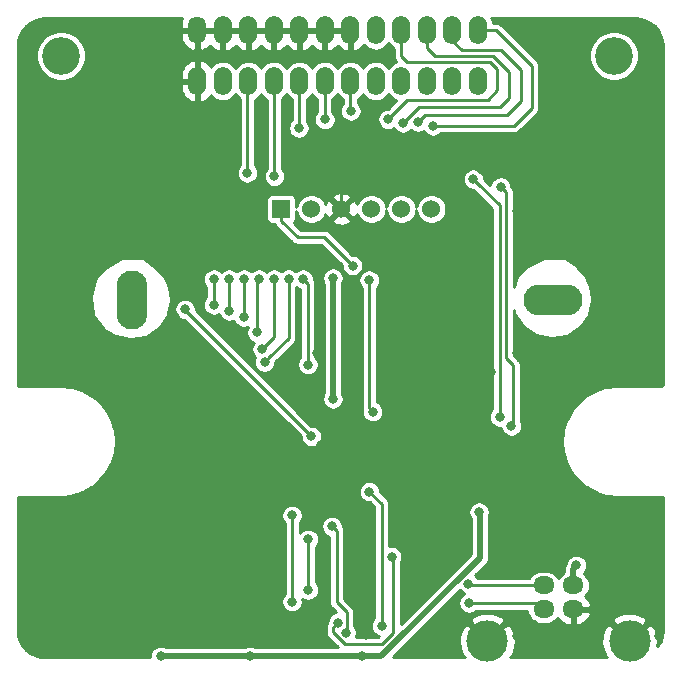
<source format=gbl>
G04 #@! TF.GenerationSoftware,KiCad,Pcbnew,(5.1.4)-1*
G04 #@! TF.CreationDate,2020-11-06T15:37:26+01:00*
G04 #@! TF.ProjectId,usb_to_gpib,7573625f-746f-45f6-9770-69622e6b6963,RevB*
G04 #@! TF.SameCoordinates,Original*
G04 #@! TF.FileFunction,Copper,L2,Bot*
G04 #@! TF.FilePolarity,Positive*
%FSLAX46Y46*%
G04 Gerber Fmt 4.6, Leading zero omitted, Abs format (unit mm)*
G04 Created by KiCad (PCBNEW (5.1.4)-1) date 2020-11-06 15:37:26*
%MOMM*%
%LPD*%
G04 APERTURE LIST*
%ADD10O,5.000000X2.600000*%
%ADD11O,2.600000X5.000000*%
%ADD12C,3.500120*%
%ADD13O,1.800000X1.501140*%
%ADD14C,3.200400*%
%ADD15O,1.524000X2.400000*%
%ADD16O,1.524000X2.300000*%
%ADD17C,1.524000*%
%ADD18R,1.524000X1.524000*%
%ADD19C,0.800000*%
%ADD20C,0.254000*%
%ADD21C,0.508000*%
G04 APERTURE END LIST*
D10*
X90000000Y-119500000D03*
D11*
X54400000Y-119500000D03*
D12*
X96500000Y-148425400D03*
X84460400Y-148425400D03*
D13*
X89235600Y-143701000D03*
X91724800Y-143701000D03*
X91724800Y-145707600D03*
X89235600Y-145707600D03*
D14*
X48373400Y-98853700D03*
X95185600Y-98853700D03*
D15*
X83654000Y-96707400D03*
X81495000Y-96707400D03*
X79336000Y-96707400D03*
X77177000Y-96707400D03*
X83654000Y-101000000D03*
X81495000Y-101000000D03*
X79336000Y-101000000D03*
X77177000Y-101000000D03*
D16*
X59905000Y-96707400D03*
D15*
X62064000Y-96707400D03*
X64223000Y-96707400D03*
X66382000Y-96707400D03*
X59905000Y-101000000D03*
X62064000Y-101000000D03*
X64223000Y-101000000D03*
X66382000Y-101000000D03*
X75018000Y-96707400D03*
X68541000Y-96707400D03*
X70700000Y-96707400D03*
X72859000Y-96707400D03*
X70700000Y-101000000D03*
X68541000Y-101000000D03*
X75018000Y-101000000D03*
X72859000Y-101000000D03*
D17*
X79710000Y-111830000D03*
X77170000Y-111830000D03*
X74630000Y-111830000D03*
X72090000Y-111830000D03*
X69550000Y-111830000D03*
D18*
X67010000Y-111830000D03*
D19*
X76360000Y-141260000D03*
X71812990Y-146864308D03*
X61299102Y-119960399D03*
X61300000Y-117768990D03*
X63820000Y-120977032D03*
X63880000Y-117768990D03*
X69570000Y-131090000D03*
X58870000Y-120330000D03*
X58000000Y-145000000D03*
X55000000Y-145000000D03*
X55000000Y-142000000D03*
X74080000Y-143570000D03*
X74060000Y-144590000D03*
X73000000Y-143570000D03*
X72960000Y-144570000D03*
X58000000Y-121000000D03*
X87000000Y-112000000D03*
X87000000Y-133000000D03*
X84000000Y-136000000D03*
X61000000Y-142000000D03*
X67000000Y-133000000D03*
X58000000Y-103000000D03*
X64000000Y-133000000D03*
X70000000Y-130000000D03*
X70380000Y-131840000D03*
X58000000Y-109000000D03*
X84750000Y-125600000D03*
X70525000Y-143125000D03*
X69500000Y-146000000D03*
X73000000Y-105000000D03*
X60840000Y-145200000D03*
X64000000Y-145000000D03*
X55000000Y-109000000D03*
X63100000Y-125900000D03*
X82000000Y-114000000D03*
X55000000Y-115000000D03*
X55000000Y-124000000D03*
X55000000Y-127000000D03*
X55000000Y-130000000D03*
X55000000Y-133000000D03*
X64000000Y-139000000D03*
X55000000Y-139000000D03*
X61000000Y-139000000D03*
X67000000Y-142000000D03*
X87000000Y-136000000D03*
X90000000Y-130000000D03*
X90000000Y-136000000D03*
X76080000Y-98930000D03*
X90000000Y-97000000D03*
X90000000Y-100000000D03*
X55000000Y-148000000D03*
X58000000Y-139000000D03*
X67000000Y-136000000D03*
X82000000Y-131000000D03*
X73000000Y-130000000D03*
X84000000Y-112000000D03*
X58000000Y-112000000D03*
X58000000Y-142000000D03*
X90000000Y-133000000D03*
X78000000Y-149000000D03*
X78750000Y-141200000D03*
X61000000Y-112000000D03*
X61000000Y-109000000D03*
X76000000Y-103000000D03*
X73000000Y-108950000D03*
X82000000Y-138000000D03*
X90000000Y-142000000D03*
X99000000Y-142000000D03*
X96000000Y-145000000D03*
X55000000Y-136000000D03*
X87000000Y-124000000D03*
X99000000Y-139000000D03*
X99000000Y-145000000D03*
X70000000Y-127000000D03*
X76000000Y-127000000D03*
X79000000Y-122200000D03*
X79000000Y-119800000D03*
X63200000Y-122600000D03*
X61500000Y-121200000D03*
X84000000Y-133000000D03*
X64000000Y-142000000D03*
X64000000Y-136000000D03*
X81000000Y-149000000D03*
X76500000Y-139000000D03*
X73600000Y-139000000D03*
X74200000Y-147900000D03*
X83000000Y-128500000D03*
X58000000Y-148000000D03*
X67000000Y-139000000D03*
X64000000Y-112000000D03*
X70000000Y-109000000D03*
X55000000Y-106000000D03*
X55000000Y-103000000D03*
X55000000Y-100000000D03*
X55000000Y-97000000D03*
X58000000Y-97000000D03*
X58000000Y-100000000D03*
X82000000Y-111000000D03*
X90000000Y-103000000D03*
X90000000Y-106000000D03*
X90000000Y-109000000D03*
X90000000Y-112000000D03*
X90000000Y-115000000D03*
X87000000Y-109000000D03*
X90000000Y-124000000D03*
X90000000Y-127000000D03*
X79000000Y-135000000D03*
X79000000Y-138000000D03*
X87000000Y-139000000D03*
X90000000Y-139000000D03*
X93000000Y-139000000D03*
X87000000Y-142000000D03*
X99000000Y-148000000D03*
X87000000Y-97000000D03*
X81000000Y-108500000D03*
X78000000Y-108500000D03*
X84000000Y-108500000D03*
X75000000Y-108500000D03*
X52000000Y-148000000D03*
X52000000Y-145000000D03*
X52000000Y-142000000D03*
X52000000Y-139000000D03*
X52000000Y-136000000D03*
X49000000Y-139000000D03*
X46000000Y-139000000D03*
X46000000Y-142000000D03*
X49000000Y-142000000D03*
X49000000Y-145000000D03*
X46000000Y-145000000D03*
X46000000Y-148000000D03*
X49000000Y-148000000D03*
X52000000Y-127000000D03*
X52000000Y-124000000D03*
X49000000Y-124000000D03*
X46000000Y-124000000D03*
X46000000Y-121000000D03*
X49000000Y-121000000D03*
X46000000Y-118000000D03*
X49000000Y-118000000D03*
X46000000Y-115000000D03*
X49000000Y-115000000D03*
X52000000Y-115000000D03*
X52000000Y-112000000D03*
X49000000Y-112000000D03*
X46000000Y-112000000D03*
X46000000Y-109000000D03*
X49000000Y-109000000D03*
X52000000Y-109000000D03*
X46000000Y-106000000D03*
X49000000Y-106000000D03*
X52000000Y-106000000D03*
X52000000Y-103000000D03*
X49000000Y-103000000D03*
X46000000Y-103000000D03*
X46000000Y-100000000D03*
X46000000Y-97000000D03*
X52000000Y-100000000D03*
X52000000Y-97000000D03*
X93000000Y-97000000D03*
X93000000Y-100000000D03*
X93000000Y-103000000D03*
X96000000Y-103000000D03*
X99000000Y-103000000D03*
X99000000Y-100000000D03*
X98000000Y-97000000D03*
X93000000Y-106000000D03*
X96000000Y-106000000D03*
X99000000Y-106000000D03*
X99000000Y-109000000D03*
X96000000Y-109000000D03*
X93000000Y-109000000D03*
X93000000Y-112000000D03*
X96000000Y-112000000D03*
X99000000Y-112000000D03*
X99000000Y-115000000D03*
X96000000Y-115000000D03*
X93000000Y-115000000D03*
X96000000Y-118000000D03*
X99000000Y-118000000D03*
X99000000Y-121000000D03*
X96000000Y-121000000D03*
X96000000Y-124000000D03*
X93000000Y-124000000D03*
X99000000Y-124000000D03*
X93000000Y-127000000D03*
X93000000Y-136000000D03*
X93000000Y-148000000D03*
X90000000Y-148000000D03*
X87000000Y-148000000D03*
X70000000Y-124000000D03*
X73000000Y-127000000D03*
X73000000Y-124000000D03*
X76000000Y-124000000D03*
X76000000Y-130000000D03*
X70000000Y-136000000D03*
X73000000Y-136000000D03*
X64000000Y-130000000D03*
X62610000Y-120469021D03*
X62610000Y-117768990D03*
X74475000Y-135775000D03*
X75500000Y-147129996D03*
X67925000Y-145075000D03*
X67925000Y-137775000D03*
X72500000Y-147700000D03*
X71300000Y-138699998D03*
X69300000Y-144100000D03*
X69300000Y-139800000D03*
X72900000Y-103527010D03*
X79850000Y-104800000D03*
X78610000Y-104470000D03*
X77325000Y-104535000D03*
X76055000Y-104245000D03*
X66430000Y-109070000D03*
X68500000Y-104981030D03*
X70700000Y-104254020D03*
X64140000Y-108770000D03*
X67630000Y-117768990D03*
X65600000Y-124800000D03*
X66410000Y-117768990D03*
X65400004Y-123700000D03*
X64959500Y-122290000D03*
X65100000Y-117768990D03*
X82900000Y-145200000D03*
X82853877Y-143553877D03*
X73050000Y-116620000D03*
X74460000Y-117860000D03*
X74760000Y-129000000D03*
X68860000Y-117768990D03*
X69270000Y-125000000D03*
X85500000Y-129450000D03*
X83276440Y-109308900D03*
X85590000Y-109960000D03*
X86500000Y-130200000D03*
X64380000Y-149720000D03*
X73810000Y-149720000D03*
X71385000Y-117685000D03*
X71385000Y-127905000D03*
X83760000Y-137500000D03*
X92000000Y-142000000D03*
X56799992Y-149700000D03*
D20*
X71412991Y-147688955D02*
X71412991Y-147264307D01*
X71412991Y-147264307D02*
X71812990Y-146864308D01*
X72424036Y-148700000D02*
X71412991Y-147688955D01*
X75500000Y-148700000D02*
X72424036Y-148700000D01*
X76500000Y-141390000D02*
X76500000Y-147700000D01*
X76410000Y-141300000D02*
X76500000Y-141390000D01*
X76500000Y-147700000D02*
X75500000Y-148700000D01*
X61299102Y-119960399D02*
X61299102Y-117769888D01*
X61299102Y-117769888D02*
X61300000Y-117768990D01*
X63880000Y-117860000D02*
X63880000Y-117860000D01*
X63820000Y-117828990D02*
X63880000Y-117768990D01*
X63820000Y-120977032D02*
X63820000Y-117828990D01*
X58870000Y-120390000D02*
X58870000Y-120330000D01*
X69570000Y-131090000D02*
X58870000Y-120390000D01*
X70380000Y-131840000D02*
X70380000Y-131840000D01*
X72090000Y-110080000D02*
X72090000Y-111830000D01*
X72090000Y-106858580D02*
X72090000Y-110080000D01*
X62610000Y-117940000D02*
X62610000Y-117940000D01*
X62610000Y-120469021D02*
X62610000Y-117768990D01*
X75500000Y-146190000D02*
X75500000Y-147129996D01*
X74475000Y-135775000D02*
X75500000Y-136800000D01*
X75500000Y-136800000D02*
X75500000Y-146190000D01*
X67925000Y-145075000D02*
X67925000Y-137775000D01*
X67925000Y-137775000D02*
X67925000Y-137775000D01*
X71699999Y-139099997D02*
X71300000Y-138699998D01*
X71699999Y-145139999D02*
X71699999Y-139099997D01*
X72540000Y-145980000D02*
X71699999Y-145139999D01*
X72500000Y-147700000D02*
X72540000Y-147660000D01*
X72540000Y-147660000D02*
X72540000Y-145980000D01*
X69300000Y-144100000D02*
X69300000Y-139800000D01*
X69300000Y-139800000D02*
X69300000Y-139800000D01*
X72859000Y-101000000D02*
X72859000Y-103486010D01*
X72859000Y-103486010D02*
X72900000Y-103527010D01*
X85207400Y-96707400D02*
X83654000Y-96707400D01*
X88200000Y-99700000D02*
X85207400Y-96707400D01*
X88200000Y-103300000D02*
X88200000Y-99700000D01*
X79850000Y-104800000D02*
X86700000Y-104800000D01*
X86700000Y-104800000D02*
X88200000Y-103300000D01*
X81495000Y-97595000D02*
X81495000Y-96707400D01*
X82300000Y-98400000D02*
X81495000Y-97595000D01*
X78610000Y-104470000D02*
X79180000Y-103900000D01*
X86100000Y-103900000D02*
X87300000Y-102700000D01*
X87300000Y-102700000D02*
X87300000Y-100050000D01*
X87300000Y-100050000D02*
X85650000Y-98400000D01*
X79180000Y-103900000D02*
X86100000Y-103900000D01*
X85650000Y-98400000D02*
X82300000Y-98400000D01*
X79336000Y-98236000D02*
X79336000Y-96707400D01*
X80000000Y-98900000D02*
X79336000Y-98236000D01*
X78660000Y-103200000D02*
X85500000Y-103200000D01*
X77325000Y-104535000D02*
X78660000Y-103200000D01*
X85500000Y-103200000D02*
X86300000Y-102400000D01*
X86300000Y-102400000D02*
X86300000Y-100225000D01*
X86300000Y-100225000D02*
X84975000Y-98900000D01*
X84975000Y-98900000D02*
X80000000Y-98900000D01*
X77177000Y-98877000D02*
X77177000Y-96707400D01*
X77700000Y-99400000D02*
X77177000Y-98877000D01*
X77700000Y-102600000D02*
X84500000Y-102600000D01*
X76055000Y-104245000D02*
X77700000Y-102600000D01*
X85300000Y-101800000D02*
X85300000Y-100000000D01*
X84500000Y-102600000D02*
X85300000Y-101800000D01*
X85300000Y-100000000D02*
X84700000Y-99400000D01*
X84700000Y-99400000D02*
X77700000Y-99400000D01*
X66382500Y-109022500D02*
X66430000Y-109070000D01*
X66430000Y-101048000D02*
X66382000Y-101000000D01*
X66430000Y-109070000D02*
X66430000Y-101048000D01*
X68541000Y-101000000D02*
X68541000Y-104940030D01*
X68541000Y-104940030D02*
X68500000Y-104981030D01*
X70700000Y-101000000D02*
X70700000Y-104254020D01*
X64223500Y-108686500D02*
X64140000Y-108770000D01*
X64140000Y-101083000D02*
X64223000Y-101000000D01*
X64140000Y-108770000D02*
X64140000Y-101083000D01*
X67630000Y-117890000D02*
X67630000Y-117890000D01*
X65999999Y-124400001D02*
X65600000Y-124800000D01*
X67630000Y-117768990D02*
X67630000Y-122770000D01*
X67630000Y-122770000D02*
X65999999Y-124400001D01*
X66410000Y-117900000D02*
X66410000Y-117900000D01*
X65800003Y-123300001D02*
X65400004Y-123700000D01*
X66410000Y-122690004D02*
X65800003Y-123300001D01*
X66410000Y-117768990D02*
X66410000Y-122690004D01*
X65100000Y-117950000D02*
X65100000Y-117950000D01*
X64959500Y-122290000D02*
X64959500Y-117909490D01*
X64959500Y-117909490D02*
X65100000Y-117768990D01*
X89710200Y-145707600D02*
X89735600Y-145682200D01*
X89235600Y-145707600D02*
X89710200Y-145707600D01*
X82900000Y-145200000D02*
X88728000Y-145200000D01*
X88728000Y-145200000D02*
X89235600Y-145707600D01*
X82975600Y-143675600D02*
X82853877Y-143553877D01*
X89235600Y-143701000D02*
X89210200Y-143675600D01*
X89210200Y-143675600D02*
X82975600Y-143675600D01*
X67010000Y-112846000D02*
X68394000Y-114230000D01*
X67010000Y-111830000D02*
X67010000Y-112846000D01*
X70660000Y-114230000D02*
X73050000Y-116620000D01*
X68394000Y-114230000D02*
X70660000Y-114230000D01*
X74460000Y-117860000D02*
X74460000Y-117860000D01*
X74460000Y-128700000D02*
X74760000Y-129000000D01*
X74460000Y-117860000D02*
X74460000Y-128700000D01*
X68860000Y-117870000D02*
X68860000Y-117870000D01*
X68860000Y-117850000D02*
X68860000Y-117768990D01*
X68870000Y-117860000D02*
X68860000Y-117850000D01*
X69270000Y-118178990D02*
X69270000Y-124434315D01*
X68860000Y-117768990D02*
X69270000Y-118178990D01*
X69270000Y-124434315D02*
X69270000Y-125000000D01*
X83676439Y-109708899D02*
X83276440Y-109308900D01*
X85500000Y-111532460D02*
X83676439Y-109708899D01*
X85500000Y-129450000D02*
X85500000Y-111532460D01*
X86650000Y-130050000D02*
X86500000Y-130200000D01*
X86650000Y-125050000D02*
X86650000Y-130050000D01*
X86050000Y-124450000D02*
X86650000Y-125050000D01*
X85590000Y-109960000D02*
X86050000Y-110420000D01*
X86050000Y-110420000D02*
X86050000Y-124450000D01*
D21*
X64380000Y-149720000D02*
X64380000Y-149720000D01*
X64380000Y-149720000D02*
X73810000Y-149720000D01*
X73810000Y-149720000D02*
X73810000Y-149720000D01*
X71385000Y-117685000D02*
X71385000Y-127905000D01*
X71385000Y-127905000D02*
X71385000Y-127905000D01*
X83810000Y-141390000D02*
X83810000Y-137510000D01*
X73810000Y-149720000D02*
X75480000Y-149720000D01*
X75480000Y-149720000D02*
X83810000Y-141390000D01*
X91724800Y-142275200D02*
X92000000Y-142000000D01*
X91724800Y-143701000D02*
X91724800Y-142275200D01*
X64380000Y-149720000D02*
X56819992Y-149720000D01*
X56819992Y-149720000D02*
X56799992Y-149700000D01*
D20*
G36*
X58559619Y-95922299D02*
G01*
X58508000Y-96192400D01*
X58508000Y-96580400D01*
X59778000Y-96580400D01*
X59778000Y-96560400D01*
X60032000Y-96560400D01*
X60032000Y-96580400D01*
X61937000Y-96580400D01*
X61937000Y-96560400D01*
X62191000Y-96560400D01*
X62191000Y-96580400D01*
X64096000Y-96580400D01*
X64096000Y-96560400D01*
X64350000Y-96560400D01*
X64350000Y-96580400D01*
X66255000Y-96580400D01*
X66255000Y-96560400D01*
X66509000Y-96560400D01*
X66509000Y-96580400D01*
X68414000Y-96580400D01*
X68414000Y-96560400D01*
X68668000Y-96560400D01*
X68668000Y-96580400D01*
X70573000Y-96580400D01*
X70573000Y-96560400D01*
X70827000Y-96560400D01*
X70827000Y-96580400D01*
X72732000Y-96580400D01*
X72732000Y-96560400D01*
X72986000Y-96560400D01*
X72986000Y-96580400D01*
X73006000Y-96580400D01*
X73006000Y-96834400D01*
X72986000Y-96834400D01*
X72986000Y-98377120D01*
X73202070Y-98499620D01*
X73276276Y-98484662D01*
X73529535Y-98377522D01*
X73757026Y-98223032D01*
X73950006Y-98027129D01*
X74016134Y-97926533D01*
X74115630Y-98047770D01*
X74309012Y-98206475D01*
X74529641Y-98324403D01*
X74769037Y-98397023D01*
X75018000Y-98421544D01*
X75266962Y-98397023D01*
X75506358Y-98324403D01*
X75726987Y-98206475D01*
X75920370Y-98047770D01*
X76079075Y-97854388D01*
X76097500Y-97819917D01*
X76115925Y-97854387D01*
X76274630Y-98047770D01*
X76468012Y-98206475D01*
X76542000Y-98246022D01*
X76542000Y-98845819D01*
X76538929Y-98877000D01*
X76542000Y-98908181D01*
X76542000Y-98908191D01*
X76551188Y-99001481D01*
X76587498Y-99121179D01*
X76646463Y-99231493D01*
X76725815Y-99328185D01*
X76750050Y-99348074D01*
X76762552Y-99360577D01*
X76688642Y-99382997D01*
X76468013Y-99500925D01*
X76274631Y-99659630D01*
X76115925Y-99853012D01*
X76097500Y-99887483D01*
X76079075Y-99853012D01*
X75920370Y-99659630D01*
X75726988Y-99500925D01*
X75506359Y-99382997D01*
X75266963Y-99310377D01*
X75018000Y-99285856D01*
X74769038Y-99310377D01*
X74529642Y-99382997D01*
X74309013Y-99500925D01*
X74115631Y-99659630D01*
X73956925Y-99853012D01*
X73938500Y-99887483D01*
X73920075Y-99853012D01*
X73761370Y-99659630D01*
X73567988Y-99500925D01*
X73347359Y-99382997D01*
X73107963Y-99310377D01*
X72859000Y-99285856D01*
X72610038Y-99310377D01*
X72370642Y-99382997D01*
X72150013Y-99500925D01*
X71956631Y-99659630D01*
X71797925Y-99853012D01*
X71779500Y-99887483D01*
X71761075Y-99853012D01*
X71602370Y-99659630D01*
X71408988Y-99500925D01*
X71188359Y-99382997D01*
X70948963Y-99310377D01*
X70700000Y-99285856D01*
X70451038Y-99310377D01*
X70211642Y-99382997D01*
X69991013Y-99500925D01*
X69797631Y-99659630D01*
X69638925Y-99853012D01*
X69620500Y-99887483D01*
X69602075Y-99853012D01*
X69443370Y-99659630D01*
X69249988Y-99500925D01*
X69029359Y-99382997D01*
X68789963Y-99310377D01*
X68541000Y-99285856D01*
X68292038Y-99310377D01*
X68052642Y-99382997D01*
X67832013Y-99500925D01*
X67638631Y-99659630D01*
X67479925Y-99853012D01*
X67461500Y-99887483D01*
X67443075Y-99853012D01*
X67284370Y-99659630D01*
X67090988Y-99500925D01*
X66870359Y-99382997D01*
X66630963Y-99310377D01*
X66382000Y-99285856D01*
X66133038Y-99310377D01*
X65893642Y-99382997D01*
X65673013Y-99500925D01*
X65479631Y-99659630D01*
X65320925Y-99853012D01*
X65302500Y-99887483D01*
X65284075Y-99853012D01*
X65125370Y-99659630D01*
X64931988Y-99500925D01*
X64711359Y-99382997D01*
X64471963Y-99310377D01*
X64223000Y-99285856D01*
X63974038Y-99310377D01*
X63734642Y-99382997D01*
X63514013Y-99500925D01*
X63320631Y-99659630D01*
X63161925Y-99853012D01*
X63143500Y-99887483D01*
X63125075Y-99853012D01*
X62966370Y-99659630D01*
X62772988Y-99500925D01*
X62552359Y-99382997D01*
X62312963Y-99310377D01*
X62064000Y-99285856D01*
X61815038Y-99310377D01*
X61575642Y-99382997D01*
X61355013Y-99500925D01*
X61161631Y-99659630D01*
X61062134Y-99780867D01*
X60996006Y-99680271D01*
X60803026Y-99484368D01*
X60575535Y-99329878D01*
X60322276Y-99222738D01*
X60248070Y-99207780D01*
X60032000Y-99330280D01*
X60032000Y-100873000D01*
X60052000Y-100873000D01*
X60052000Y-101127000D01*
X60032000Y-101127000D01*
X60032000Y-102669720D01*
X60248070Y-102792220D01*
X60322276Y-102777262D01*
X60575535Y-102670122D01*
X60803026Y-102515632D01*
X60996006Y-102319729D01*
X61062134Y-102219133D01*
X61161630Y-102340370D01*
X61355012Y-102499075D01*
X61575641Y-102617003D01*
X61815037Y-102689623D01*
X62064000Y-102714144D01*
X62312962Y-102689623D01*
X62552358Y-102617003D01*
X62772987Y-102499075D01*
X62966370Y-102340370D01*
X63125075Y-102146988D01*
X63143500Y-102112517D01*
X63161925Y-102146987D01*
X63320630Y-102340370D01*
X63505001Y-102491680D01*
X63505000Y-108120895D01*
X63434711Y-108191184D01*
X63335341Y-108339901D01*
X63266894Y-108505146D01*
X63232000Y-108680570D01*
X63232000Y-108859430D01*
X63266894Y-109034854D01*
X63335341Y-109200099D01*
X63434711Y-109348816D01*
X63561184Y-109475289D01*
X63709901Y-109574659D01*
X63875146Y-109643106D01*
X64050570Y-109678000D01*
X64229430Y-109678000D01*
X64404854Y-109643106D01*
X64570099Y-109574659D01*
X64718816Y-109475289D01*
X64845289Y-109348816D01*
X64944659Y-109200099D01*
X65013106Y-109034854D01*
X65048000Y-108859430D01*
X65048000Y-108680570D01*
X65013106Y-108505146D01*
X64944659Y-108339901D01*
X64845289Y-108191184D01*
X64775000Y-108120895D01*
X64775000Y-102582986D01*
X64931987Y-102499075D01*
X65125370Y-102340370D01*
X65284075Y-102146988D01*
X65302500Y-102112517D01*
X65320925Y-102146987D01*
X65479630Y-102340370D01*
X65673012Y-102499075D01*
X65795001Y-102564279D01*
X65795000Y-108420895D01*
X65724711Y-108491184D01*
X65625341Y-108639901D01*
X65556894Y-108805146D01*
X65522000Y-108980570D01*
X65522000Y-109159430D01*
X65556894Y-109334854D01*
X65625341Y-109500099D01*
X65724711Y-109648816D01*
X65851184Y-109775289D01*
X65999901Y-109874659D01*
X66165146Y-109943106D01*
X66340570Y-109978000D01*
X66519430Y-109978000D01*
X66694854Y-109943106D01*
X66860099Y-109874659D01*
X67008816Y-109775289D01*
X67135289Y-109648816D01*
X67234659Y-109500099D01*
X67303106Y-109334854D01*
X67326057Y-109219470D01*
X82368440Y-109219470D01*
X82368440Y-109398330D01*
X82403334Y-109573754D01*
X82471781Y-109738999D01*
X82571151Y-109887716D01*
X82697624Y-110014189D01*
X82846341Y-110113559D01*
X83011586Y-110182006D01*
X83187010Y-110216900D01*
X83286416Y-110216900D01*
X84865001Y-111795487D01*
X84865000Y-128800895D01*
X84794711Y-128871184D01*
X84695341Y-129019901D01*
X84626894Y-129185146D01*
X84592000Y-129360570D01*
X84592000Y-129539430D01*
X84626894Y-129714854D01*
X84695341Y-129880099D01*
X84794711Y-130028816D01*
X84921184Y-130155289D01*
X85069901Y-130254659D01*
X85235146Y-130323106D01*
X85410570Y-130358000D01*
X85589430Y-130358000D01*
X85605022Y-130354898D01*
X85626894Y-130464854D01*
X85695341Y-130630099D01*
X85794711Y-130778816D01*
X85921184Y-130905289D01*
X86069901Y-131004659D01*
X86235146Y-131073106D01*
X86410570Y-131108000D01*
X86589430Y-131108000D01*
X86764854Y-131073106D01*
X86930099Y-131004659D01*
X87078816Y-130905289D01*
X87205289Y-130778816D01*
X87304659Y-130630099D01*
X87373106Y-130464854D01*
X87408000Y-130289430D01*
X87408000Y-130110570D01*
X87373106Y-129935146D01*
X87304659Y-129769901D01*
X87285000Y-129740479D01*
X87285000Y-125081180D01*
X87288071Y-125049999D01*
X87285000Y-125018818D01*
X87285000Y-125018808D01*
X87275812Y-124925518D01*
X87239502Y-124805820D01*
X87180537Y-124695506D01*
X87101185Y-124598815D01*
X87076956Y-124578931D01*
X86685000Y-124186976D01*
X86685000Y-120406907D01*
X86714027Y-120617353D01*
X86723435Y-120650793D01*
X86735581Y-120672525D01*
X87535581Y-121822525D01*
X87551179Y-121840933D01*
X87570622Y-121856482D01*
X88570622Y-122506482D01*
X88595691Y-122519081D01*
X88619771Y-122525405D01*
X89869771Y-122725405D01*
X89904967Y-122726095D01*
X91154967Y-122576095D01*
X91190629Y-122566401D01*
X91212361Y-122554255D01*
X92362361Y-121754255D01*
X92378645Y-121740785D01*
X92394650Y-121721715D01*
X93044650Y-120771715D01*
X93056724Y-120749660D01*
X93064167Y-120725902D01*
X93314167Y-119525902D01*
X93316799Y-119503068D01*
X93314958Y-119478240D01*
X93114958Y-118328240D01*
X93107753Y-118302833D01*
X92807753Y-117552833D01*
X92797653Y-117532884D01*
X92782487Y-117513139D01*
X92032487Y-116713139D01*
X92012666Y-116695958D01*
X91012666Y-115995958D01*
X90988437Y-115982667D01*
X90964612Y-115975440D01*
X90939836Y-115973000D01*
X89289836Y-115973000D01*
X89258124Y-115977023D01*
X89234741Y-115985573D01*
X87884741Y-116635573D01*
X87866595Y-116646247D01*
X87847761Y-116662529D01*
X86897761Y-117662529D01*
X86887794Y-117674393D01*
X86875004Y-117695753D01*
X86866628Y-117719198D01*
X86685000Y-118445710D01*
X86685000Y-110451180D01*
X86688071Y-110419999D01*
X86685000Y-110388818D01*
X86685000Y-110388808D01*
X86675812Y-110295518D01*
X86639502Y-110175820D01*
X86618140Y-110135855D01*
X86580537Y-110065505D01*
X86521068Y-109993043D01*
X86501185Y-109968815D01*
X86498000Y-109966201D01*
X86498000Y-109870570D01*
X86463106Y-109695146D01*
X86394659Y-109529901D01*
X86295289Y-109381184D01*
X86168816Y-109254711D01*
X86020099Y-109155341D01*
X85854854Y-109086894D01*
X85679430Y-109052000D01*
X85500570Y-109052000D01*
X85325146Y-109086894D01*
X85159901Y-109155341D01*
X85011184Y-109254711D01*
X84884711Y-109381184D01*
X84785341Y-109529901D01*
X84716894Y-109695146D01*
X84690982Y-109825417D01*
X84184440Y-109318876D01*
X84184440Y-109219470D01*
X84149546Y-109044046D01*
X84081099Y-108878801D01*
X83981729Y-108730084D01*
X83855256Y-108603611D01*
X83706539Y-108504241D01*
X83541294Y-108435794D01*
X83365870Y-108400900D01*
X83187010Y-108400900D01*
X83011586Y-108435794D01*
X82846341Y-108504241D01*
X82697624Y-108603611D01*
X82571151Y-108730084D01*
X82471781Y-108878801D01*
X82403334Y-109044046D01*
X82368440Y-109219470D01*
X67326057Y-109219470D01*
X67338000Y-109159430D01*
X67338000Y-108980570D01*
X67303106Y-108805146D01*
X67234659Y-108639901D01*
X67135289Y-108491184D01*
X67065000Y-108420895D01*
X67065000Y-102512965D01*
X67090987Y-102499075D01*
X67284370Y-102340370D01*
X67443075Y-102146988D01*
X67461500Y-102112517D01*
X67479925Y-102146987D01*
X67638630Y-102340370D01*
X67832012Y-102499075D01*
X67906000Y-102538622D01*
X67906001Y-104290924D01*
X67794711Y-104402214D01*
X67695341Y-104550931D01*
X67626894Y-104716176D01*
X67592000Y-104891600D01*
X67592000Y-105070460D01*
X67626894Y-105245884D01*
X67695341Y-105411129D01*
X67794711Y-105559846D01*
X67921184Y-105686319D01*
X68069901Y-105785689D01*
X68235146Y-105854136D01*
X68410570Y-105889030D01*
X68589430Y-105889030D01*
X68764854Y-105854136D01*
X68930099Y-105785689D01*
X69078816Y-105686319D01*
X69205289Y-105559846D01*
X69304659Y-105411129D01*
X69373106Y-105245884D01*
X69408000Y-105070460D01*
X69408000Y-104891600D01*
X69373106Y-104716176D01*
X69304659Y-104550931D01*
X69205289Y-104402214D01*
X69176000Y-104372925D01*
X69176000Y-102538622D01*
X69249987Y-102499075D01*
X69443370Y-102340370D01*
X69602075Y-102146988D01*
X69620500Y-102112517D01*
X69638925Y-102146987D01*
X69797630Y-102340370D01*
X69991012Y-102499075D01*
X70065000Y-102538622D01*
X70065001Y-103604914D01*
X69994711Y-103675204D01*
X69895341Y-103823921D01*
X69826894Y-103989166D01*
X69792000Y-104164590D01*
X69792000Y-104343450D01*
X69826894Y-104518874D01*
X69895341Y-104684119D01*
X69994711Y-104832836D01*
X70121184Y-104959309D01*
X70269901Y-105058679D01*
X70435146Y-105127126D01*
X70610570Y-105162020D01*
X70789430Y-105162020D01*
X70964854Y-105127126D01*
X71130099Y-105058679D01*
X71278816Y-104959309D01*
X71405289Y-104832836D01*
X71504659Y-104684119D01*
X71573106Y-104518874D01*
X71608000Y-104343450D01*
X71608000Y-104164590D01*
X71573106Y-103989166D01*
X71504659Y-103823921D01*
X71405289Y-103675204D01*
X71335000Y-103604915D01*
X71335000Y-102538622D01*
X71408987Y-102499075D01*
X71602370Y-102340370D01*
X71761075Y-102146988D01*
X71779500Y-102112517D01*
X71797925Y-102146987D01*
X71956630Y-102340370D01*
X72150012Y-102499075D01*
X72224001Y-102538623D01*
X72224001Y-102918904D01*
X72194711Y-102948194D01*
X72095341Y-103096911D01*
X72026894Y-103262156D01*
X71992000Y-103437580D01*
X71992000Y-103616440D01*
X72026894Y-103791864D01*
X72095341Y-103957109D01*
X72194711Y-104105826D01*
X72321184Y-104232299D01*
X72469901Y-104331669D01*
X72635146Y-104400116D01*
X72810570Y-104435010D01*
X72989430Y-104435010D01*
X73164854Y-104400116D01*
X73330099Y-104331669D01*
X73478816Y-104232299D01*
X73605289Y-104105826D01*
X73704659Y-103957109D01*
X73773106Y-103791864D01*
X73808000Y-103616440D01*
X73808000Y-103437580D01*
X73773106Y-103262156D01*
X73704659Y-103096911D01*
X73605289Y-102948194D01*
X73494000Y-102836905D01*
X73494000Y-102538622D01*
X73567987Y-102499075D01*
X73761370Y-102340370D01*
X73920075Y-102146988D01*
X73938500Y-102112517D01*
X73956925Y-102146987D01*
X74115630Y-102340370D01*
X74309012Y-102499075D01*
X74529641Y-102617003D01*
X74769037Y-102689623D01*
X75018000Y-102714144D01*
X75266962Y-102689623D01*
X75506358Y-102617003D01*
X75726987Y-102499075D01*
X75920370Y-102340370D01*
X76079075Y-102146988D01*
X76097500Y-102112517D01*
X76115925Y-102146987D01*
X76274630Y-102340370D01*
X76468012Y-102499075D01*
X76688641Y-102617003D01*
X76762552Y-102639424D01*
X76064976Y-103337000D01*
X75965570Y-103337000D01*
X75790146Y-103371894D01*
X75624901Y-103440341D01*
X75476184Y-103539711D01*
X75349711Y-103666184D01*
X75250341Y-103814901D01*
X75181894Y-103980146D01*
X75147000Y-104155570D01*
X75147000Y-104334430D01*
X75181894Y-104509854D01*
X75250341Y-104675099D01*
X75349711Y-104823816D01*
X75476184Y-104950289D01*
X75624901Y-105049659D01*
X75790146Y-105118106D01*
X75965570Y-105153000D01*
X76144430Y-105153000D01*
X76319854Y-105118106D01*
X76485099Y-105049659D01*
X76548525Y-105007279D01*
X76619711Y-105113816D01*
X76746184Y-105240289D01*
X76894901Y-105339659D01*
X77060146Y-105408106D01*
X77235570Y-105443000D01*
X77414430Y-105443000D01*
X77589854Y-105408106D01*
X77755099Y-105339659D01*
X77903816Y-105240289D01*
X78000000Y-105144105D01*
X78031184Y-105175289D01*
X78179901Y-105274659D01*
X78345146Y-105343106D01*
X78520570Y-105378000D01*
X78699430Y-105378000D01*
X78874854Y-105343106D01*
X79040099Y-105274659D01*
X79064307Y-105258484D01*
X79144711Y-105378816D01*
X79271184Y-105505289D01*
X79419901Y-105604659D01*
X79585146Y-105673106D01*
X79760570Y-105708000D01*
X79939430Y-105708000D01*
X80114854Y-105673106D01*
X80280099Y-105604659D01*
X80428816Y-105505289D01*
X80499105Y-105435000D01*
X86668819Y-105435000D01*
X86700000Y-105438071D01*
X86731181Y-105435000D01*
X86731192Y-105435000D01*
X86824482Y-105425812D01*
X86944180Y-105389502D01*
X87054494Y-105330537D01*
X87151185Y-105251185D01*
X87171074Y-105226950D01*
X88626956Y-103771069D01*
X88651185Y-103751185D01*
X88713541Y-103675204D01*
X88730537Y-103654495D01*
X88761325Y-103596894D01*
X88789502Y-103544180D01*
X88825812Y-103424482D01*
X88835000Y-103331192D01*
X88835000Y-103331182D01*
X88838071Y-103300001D01*
X88835000Y-103268820D01*
X88835000Y-99731189D01*
X88838072Y-99700000D01*
X88831719Y-99635498D01*
X88825812Y-99575518D01*
X88789502Y-99455820D01*
X88730538Y-99345506D01*
X88671069Y-99273043D01*
X88671065Y-99273039D01*
X88651185Y-99248815D01*
X88626961Y-99228935D01*
X88044086Y-98646060D01*
X93077400Y-98646060D01*
X93077400Y-99061340D01*
X93158417Y-99468639D01*
X93317337Y-99852307D01*
X93548054Y-100197599D01*
X93841701Y-100491246D01*
X94186993Y-100721963D01*
X94570661Y-100880883D01*
X94977960Y-100961900D01*
X95393240Y-100961900D01*
X95800539Y-100880883D01*
X96184207Y-100721963D01*
X96529499Y-100491246D01*
X96823146Y-100197599D01*
X97053863Y-99852307D01*
X97212783Y-99468639D01*
X97293800Y-99061340D01*
X97293800Y-98646060D01*
X97212783Y-98238761D01*
X97053863Y-97855093D01*
X96823146Y-97509801D01*
X96529499Y-97216154D01*
X96184207Y-96985437D01*
X95800539Y-96826517D01*
X95393240Y-96745500D01*
X94977960Y-96745500D01*
X94570661Y-96826517D01*
X94186993Y-96985437D01*
X93841701Y-97216154D01*
X93548054Y-97509801D01*
X93317337Y-97855093D01*
X93158417Y-98238761D01*
X93077400Y-98646060D01*
X88044086Y-98646060D01*
X85678474Y-96280450D01*
X85658585Y-96256215D01*
X85561894Y-96176863D01*
X85451580Y-96117898D01*
X85331882Y-96081588D01*
X85238592Y-96072400D01*
X85238581Y-96072400D01*
X85207400Y-96069329D01*
X85176219Y-96072400D01*
X84910741Y-96072400D01*
X84905623Y-96020437D01*
X84833003Y-95781041D01*
X84788884Y-95698500D01*
X96965840Y-95698500D01*
X97446378Y-95745618D01*
X97875761Y-95875256D01*
X98271777Y-96085821D01*
X98619358Y-96369302D01*
X98905252Y-96714889D01*
X99118579Y-97109430D01*
X99251211Y-97537892D01*
X99301500Y-98016362D01*
X99301501Y-126715828D01*
X99297233Y-126759352D01*
X99294516Y-126768352D01*
X99290107Y-126776645D01*
X99284167Y-126783928D01*
X99276927Y-126789917D01*
X99268658Y-126794388D01*
X99259681Y-126797167D01*
X99218457Y-126801500D01*
X95465691Y-126801500D01*
X95463259Y-126801740D01*
X95439273Y-126801907D01*
X95407715Y-126805224D01*
X95375989Y-126805224D01*
X95366289Y-126806243D01*
X94590492Y-126893263D01*
X94528586Y-126906422D01*
X94466464Y-126918722D01*
X94457147Y-126921606D01*
X93713027Y-127157655D01*
X93654842Y-127182593D01*
X93596307Y-127206720D01*
X93587727Y-127211359D01*
X92903627Y-127587446D01*
X92851402Y-127623205D01*
X92798660Y-127658247D01*
X92791145Y-127664464D01*
X92193122Y-128166265D01*
X92148849Y-128211475D01*
X92103905Y-128256106D01*
X92097741Y-128263665D01*
X91608575Y-128872064D01*
X91573903Y-128925049D01*
X91538509Y-128977523D01*
X91533930Y-128986135D01*
X91172252Y-129677962D01*
X91148538Y-129736656D01*
X91124003Y-129795021D01*
X91121184Y-129804358D01*
X90900770Y-130553259D01*
X90888911Y-130615425D01*
X90876177Y-130677461D01*
X90875226Y-130687168D01*
X90804472Y-131464618D01*
X90804914Y-131527925D01*
X90804472Y-131591232D01*
X90805423Y-131600939D01*
X90887026Y-132377326D01*
X90899755Y-132439339D01*
X90911618Y-132501527D01*
X90914437Y-132510864D01*
X91145285Y-133256613D01*
X91169804Y-133314941D01*
X91193534Y-133373674D01*
X91198113Y-133382286D01*
X91569416Y-134068996D01*
X91604817Y-134121480D01*
X91639482Y-134174454D01*
X91645646Y-134182013D01*
X92143260Y-134783524D01*
X92188185Y-134828136D01*
X92232476Y-134873365D01*
X92239991Y-134879582D01*
X92844961Y-135372984D01*
X92897721Y-135408037D01*
X92949929Y-135443785D01*
X92958508Y-135448424D01*
X93647792Y-135814923D01*
X93706316Y-135839045D01*
X93764512Y-135863988D01*
X93773829Y-135866872D01*
X94521174Y-136092509D01*
X94583271Y-136104804D01*
X94645202Y-136117968D01*
X94654900Y-136118987D01*
X94654902Y-136118987D01*
X95431839Y-136195166D01*
X95465691Y-136198500D01*
X99215839Y-136198500D01*
X99259352Y-136202767D01*
X99268352Y-136205484D01*
X99276646Y-136209894D01*
X99283928Y-136215833D01*
X99289917Y-136223073D01*
X99294388Y-136231342D01*
X99297167Y-136240319D01*
X99301500Y-136281543D01*
X99301501Y-147465830D01*
X99254383Y-147946378D01*
X99124745Y-148375757D01*
X98914179Y-148771777D01*
X98858494Y-148840054D01*
X98896374Y-148392456D01*
X98843901Y-147925579D01*
X98701354Y-147477911D01*
X98510815Y-147121439D01*
X98169651Y-146935354D01*
X96679605Y-148425400D01*
X96693748Y-148439543D01*
X96514143Y-148619148D01*
X96500000Y-148605005D01*
X96485858Y-148619148D01*
X96306253Y-148439543D01*
X96320395Y-148425400D01*
X94830349Y-146935354D01*
X94489185Y-147121439D01*
X94273432Y-147538784D01*
X94143245Y-147990202D01*
X94103626Y-148458344D01*
X94156099Y-148925221D01*
X94298646Y-149372889D01*
X94489185Y-149729361D01*
X94621443Y-149801500D01*
X86338957Y-149801500D01*
X86471215Y-149729361D01*
X86686968Y-149312016D01*
X86817155Y-148860598D01*
X86856774Y-148392456D01*
X86804301Y-147925579D01*
X86661754Y-147477911D01*
X86471215Y-147121439D01*
X86130051Y-146935354D01*
X84640005Y-148425400D01*
X84654148Y-148439543D01*
X84474543Y-148619148D01*
X84460400Y-148605005D01*
X84446258Y-148619148D01*
X84266653Y-148439543D01*
X84280795Y-148425400D01*
X82790749Y-146935354D01*
X82449585Y-147121439D01*
X82233832Y-147538784D01*
X82103645Y-147990202D01*
X82064026Y-148458344D01*
X82116499Y-148925221D01*
X82259046Y-149372889D01*
X82449585Y-149729361D01*
X82581843Y-149801500D01*
X76476130Y-149801500D01*
X79521881Y-146755749D01*
X82970354Y-146755749D01*
X84460400Y-148245795D01*
X85950446Y-146755749D01*
X85764361Y-146414585D01*
X85347016Y-146198832D01*
X84895598Y-146068645D01*
X84427456Y-146029026D01*
X83960579Y-146081499D01*
X83512911Y-146224046D01*
X83156439Y-146414585D01*
X82970354Y-146755749D01*
X79521881Y-146755749D01*
X82147126Y-144130505D01*
X82148588Y-144132693D01*
X82275061Y-144259166D01*
X82423778Y-144358536D01*
X82491267Y-144386491D01*
X82469901Y-144395341D01*
X82321184Y-144494711D01*
X82194711Y-144621184D01*
X82095341Y-144769901D01*
X82026894Y-144935146D01*
X81992000Y-145110570D01*
X81992000Y-145289430D01*
X82026894Y-145464854D01*
X82095341Y-145630099D01*
X82194711Y-145778816D01*
X82321184Y-145905289D01*
X82469901Y-146004659D01*
X82635146Y-146073106D01*
X82810570Y-146108000D01*
X82989430Y-146108000D01*
X83164854Y-146073106D01*
X83330099Y-146004659D01*
X83478816Y-145905289D01*
X83549105Y-145835000D01*
X87834059Y-145835000D01*
X87845811Y-145954323D01*
X87917777Y-146191564D01*
X88034644Y-146410207D01*
X88191921Y-146601849D01*
X88383563Y-146759126D01*
X88602206Y-146875993D01*
X88839447Y-146947959D01*
X89024347Y-146966170D01*
X89446853Y-146966170D01*
X89631753Y-146947959D01*
X89868994Y-146875993D01*
X90087637Y-146759126D01*
X90279279Y-146601849D01*
X90408312Y-146444622D01*
X90466773Y-146540767D01*
X90650617Y-146741035D01*
X90869999Y-146901588D01*
X91116488Y-147016257D01*
X91380612Y-147080635D01*
X91597800Y-146935447D01*
X91597800Y-145834600D01*
X91851800Y-145834600D01*
X91851800Y-146935447D01*
X92068988Y-147080635D01*
X92333112Y-147016257D01*
X92579601Y-146901588D01*
X92778877Y-146755749D01*
X95009954Y-146755749D01*
X96500000Y-148245795D01*
X97990046Y-146755749D01*
X97803961Y-146414585D01*
X97386616Y-146198832D01*
X96935198Y-146068645D01*
X96467056Y-146029026D01*
X96000179Y-146081499D01*
X95552511Y-146224046D01*
X95196039Y-146414585D01*
X95009954Y-146755749D01*
X92778877Y-146755749D01*
X92798983Y-146741035D01*
X92982827Y-146540767D01*
X93124068Y-146308481D01*
X93217113Y-146048875D01*
X93094459Y-145834600D01*
X91851800Y-145834600D01*
X91597800Y-145834600D01*
X91577800Y-145834600D01*
X91577800Y-145580600D01*
X91597800Y-145580600D01*
X91597800Y-145560600D01*
X91851800Y-145560600D01*
X91851800Y-145580600D01*
X93094459Y-145580600D01*
X93217113Y-145366325D01*
X93124068Y-145106719D01*
X92982827Y-144874433D01*
X92798983Y-144674165D01*
X92732027Y-144625164D01*
X92768479Y-144595249D01*
X92925756Y-144403607D01*
X93042623Y-144184964D01*
X93114589Y-143947723D01*
X93138889Y-143701000D01*
X93114589Y-143454277D01*
X93042623Y-143217036D01*
X92925756Y-142998393D01*
X92768479Y-142806751D01*
X92608580Y-142675525D01*
X92705289Y-142578816D01*
X92804659Y-142430099D01*
X92873106Y-142264854D01*
X92908000Y-142089430D01*
X92908000Y-141910570D01*
X92873106Y-141735146D01*
X92804659Y-141569901D01*
X92705289Y-141421184D01*
X92578816Y-141294711D01*
X92430099Y-141195341D01*
X92264854Y-141126894D01*
X92089430Y-141092000D01*
X91910570Y-141092000D01*
X91735146Y-141126894D01*
X91569901Y-141195341D01*
X91421184Y-141294711D01*
X91294711Y-141421184D01*
X91195341Y-141569901D01*
X91126894Y-141735146D01*
X91109183Y-141824186D01*
X91088155Y-141849808D01*
X91017399Y-141982185D01*
X90973827Y-142125822D01*
X90959114Y-142275200D01*
X90962801Y-142312633D01*
X90962801Y-142601348D01*
X90872763Y-142649474D01*
X90681121Y-142806751D01*
X90523844Y-142998393D01*
X90480200Y-143080045D01*
X90436556Y-142998393D01*
X90279279Y-142806751D01*
X90087637Y-142649474D01*
X89868994Y-142532607D01*
X89631753Y-142460641D01*
X89446853Y-142442430D01*
X89024347Y-142442430D01*
X88839447Y-142460641D01*
X88602206Y-142532607D01*
X88383563Y-142649474D01*
X88191921Y-142806751D01*
X88034644Y-142998393D01*
X88012084Y-143040600D01*
X83602958Y-143040600D01*
X83559166Y-142975061D01*
X83432693Y-142848588D01*
X83430505Y-142847126D01*
X84322353Y-141955278D01*
X84351422Y-141931422D01*
X84418401Y-141849808D01*
X84446645Y-141815393D01*
X84504590Y-141706984D01*
X84517402Y-141683015D01*
X84560974Y-141539378D01*
X84572000Y-141427426D01*
X84572000Y-141427423D01*
X84575686Y-141390000D01*
X84572000Y-141352577D01*
X84572000Y-137912376D01*
X84633106Y-137764854D01*
X84668000Y-137589430D01*
X84668000Y-137410570D01*
X84633106Y-137235146D01*
X84564659Y-137069901D01*
X84465289Y-136921184D01*
X84338816Y-136794711D01*
X84190099Y-136695341D01*
X84024854Y-136626894D01*
X83849430Y-136592000D01*
X83670570Y-136592000D01*
X83495146Y-136626894D01*
X83329901Y-136695341D01*
X83181184Y-136794711D01*
X83054711Y-136921184D01*
X82955341Y-137069901D01*
X82886894Y-137235146D01*
X82852000Y-137410570D01*
X82852000Y-137589430D01*
X82886894Y-137764854D01*
X82955341Y-137930099D01*
X83048001Y-138068774D01*
X83048000Y-141074369D01*
X77135000Y-146987370D01*
X77135000Y-141734487D01*
X77164659Y-141690099D01*
X77233106Y-141524854D01*
X77268000Y-141349430D01*
X77268000Y-141170570D01*
X77233106Y-140995146D01*
X77164659Y-140829901D01*
X77065289Y-140681184D01*
X76938816Y-140554711D01*
X76790099Y-140455341D01*
X76624854Y-140386894D01*
X76449430Y-140352000D01*
X76270570Y-140352000D01*
X76135000Y-140378967D01*
X76135000Y-136831189D01*
X76138072Y-136800000D01*
X76135000Y-136768808D01*
X76125812Y-136675518D01*
X76089502Y-136555820D01*
X76069498Y-136518396D01*
X76030538Y-136445506D01*
X75983366Y-136388028D01*
X75951185Y-136348815D01*
X75926956Y-136328931D01*
X75383000Y-135784976D01*
X75383000Y-135685570D01*
X75348106Y-135510146D01*
X75279659Y-135344901D01*
X75180289Y-135196184D01*
X75053816Y-135069711D01*
X74905099Y-134970341D01*
X74739854Y-134901894D01*
X74564430Y-134867000D01*
X74385570Y-134867000D01*
X74210146Y-134901894D01*
X74044901Y-134970341D01*
X73896184Y-135069711D01*
X73769711Y-135196184D01*
X73670341Y-135344901D01*
X73601894Y-135510146D01*
X73567000Y-135685570D01*
X73567000Y-135864430D01*
X73601894Y-136039854D01*
X73670341Y-136205099D01*
X73769711Y-136353816D01*
X73896184Y-136480289D01*
X74044901Y-136579659D01*
X74210146Y-136648106D01*
X74385570Y-136683000D01*
X74484976Y-136683000D01*
X74865000Y-137063025D01*
X74865001Y-146158799D01*
X74865000Y-146158809D01*
X74865000Y-146480891D01*
X74794711Y-146551180D01*
X74695341Y-146699897D01*
X74626894Y-146865142D01*
X74592000Y-147040566D01*
X74592000Y-147219426D01*
X74626894Y-147394850D01*
X74695341Y-147560095D01*
X74794711Y-147708812D01*
X74921184Y-147835285D01*
X75069901Y-147934655D01*
X75235146Y-148003102D01*
X75288300Y-148013675D01*
X75236976Y-148065000D01*
X73331624Y-148065000D01*
X73373106Y-147964854D01*
X73408000Y-147789430D01*
X73408000Y-147610570D01*
X73373106Y-147435146D01*
X73304659Y-147269901D01*
X73205289Y-147121184D01*
X73175000Y-147090895D01*
X73175000Y-146011189D01*
X73178072Y-145980000D01*
X73174931Y-145948106D01*
X73165812Y-145855518D01*
X73129502Y-145735820D01*
X73100842Y-145682201D01*
X73070538Y-145625506D01*
X73011069Y-145553043D01*
X73011065Y-145553039D01*
X72991185Y-145528815D01*
X72966960Y-145508934D01*
X72334999Y-144876975D01*
X72334999Y-139131177D01*
X72338070Y-139099996D01*
X72334999Y-139068815D01*
X72334999Y-139068805D01*
X72325811Y-138975515D01*
X72289501Y-138855817D01*
X72230536Y-138745503D01*
X72208000Y-138718043D01*
X72208000Y-138610568D01*
X72173106Y-138435144D01*
X72104659Y-138269899D01*
X72005289Y-138121182D01*
X71878816Y-137994709D01*
X71730099Y-137895339D01*
X71564854Y-137826892D01*
X71389430Y-137791998D01*
X71210570Y-137791998D01*
X71035146Y-137826892D01*
X70869901Y-137895339D01*
X70721184Y-137994709D01*
X70594711Y-138121182D01*
X70495341Y-138269899D01*
X70426894Y-138435144D01*
X70392000Y-138610568D01*
X70392000Y-138789428D01*
X70426894Y-138964852D01*
X70495341Y-139130097D01*
X70594711Y-139278814D01*
X70721184Y-139405287D01*
X70869901Y-139504657D01*
X71035146Y-139573104D01*
X71065000Y-139579042D01*
X71064999Y-145108818D01*
X71061928Y-145139999D01*
X71064999Y-145171180D01*
X71064999Y-145171190D01*
X71074187Y-145264480D01*
X71110497Y-145384178D01*
X71169462Y-145494492D01*
X71248814Y-145591184D01*
X71273049Y-145611073D01*
X71635750Y-145973775D01*
X71548136Y-145991202D01*
X71382891Y-146059649D01*
X71234174Y-146159019D01*
X71107701Y-146285492D01*
X71008331Y-146434209D01*
X70939884Y-146599454D01*
X70904990Y-146774878D01*
X70904990Y-146882353D01*
X70882454Y-146909813D01*
X70823489Y-147020127D01*
X70787179Y-147139825D01*
X70777991Y-147233115D01*
X70777991Y-147233126D01*
X70774920Y-147264307D01*
X70777991Y-147295488D01*
X70777991Y-147657774D01*
X70774920Y-147688955D01*
X70777991Y-147720136D01*
X70777991Y-147720146D01*
X70787179Y-147813436D01*
X70823489Y-147933134D01*
X70882454Y-148043448D01*
X70961806Y-148140140D01*
X70986041Y-148160029D01*
X71784010Y-148958000D01*
X64873942Y-148958000D01*
X64810099Y-148915341D01*
X64644854Y-148846894D01*
X64469430Y-148812000D01*
X64290570Y-148812000D01*
X64115146Y-148846894D01*
X63949901Y-148915341D01*
X63886058Y-148958000D01*
X57323866Y-148958000D01*
X57230091Y-148895341D01*
X57064846Y-148826894D01*
X56889422Y-148792000D01*
X56710562Y-148792000D01*
X56535138Y-148826894D01*
X56369893Y-148895341D01*
X56221176Y-148994711D01*
X56094703Y-149121184D01*
X55995333Y-149269901D01*
X55926886Y-149435146D01*
X55891992Y-149610570D01*
X55891992Y-149789430D01*
X55894393Y-149801500D01*
X47034160Y-149801500D01*
X46553622Y-149754383D01*
X46124243Y-149624745D01*
X45728223Y-149414179D01*
X45380644Y-149130700D01*
X45094748Y-148785111D01*
X44881420Y-148390569D01*
X44748789Y-147962108D01*
X44698500Y-147483638D01*
X44698500Y-137685570D01*
X67017000Y-137685570D01*
X67017000Y-137864430D01*
X67051894Y-138039854D01*
X67120341Y-138205099D01*
X67219711Y-138353816D01*
X67290001Y-138424106D01*
X67290000Y-144425895D01*
X67219711Y-144496184D01*
X67120341Y-144644901D01*
X67051894Y-144810146D01*
X67017000Y-144985570D01*
X67017000Y-145164430D01*
X67051894Y-145339854D01*
X67120341Y-145505099D01*
X67219711Y-145653816D01*
X67346184Y-145780289D01*
X67494901Y-145879659D01*
X67660146Y-145948106D01*
X67835570Y-145983000D01*
X68014430Y-145983000D01*
X68189854Y-145948106D01*
X68355099Y-145879659D01*
X68503816Y-145780289D01*
X68630289Y-145653816D01*
X68729659Y-145505099D01*
X68798106Y-145339854D01*
X68833000Y-145164430D01*
X68833000Y-144985570D01*
X68808783Y-144863821D01*
X68869901Y-144904659D01*
X69035146Y-144973106D01*
X69210570Y-145008000D01*
X69389430Y-145008000D01*
X69564854Y-144973106D01*
X69730099Y-144904659D01*
X69878816Y-144805289D01*
X70005289Y-144678816D01*
X70104659Y-144530099D01*
X70173106Y-144364854D01*
X70208000Y-144189430D01*
X70208000Y-144010570D01*
X70173106Y-143835146D01*
X70104659Y-143669901D01*
X70005289Y-143521184D01*
X69935000Y-143450895D01*
X69935000Y-140449105D01*
X70005289Y-140378816D01*
X70104659Y-140230099D01*
X70173106Y-140064854D01*
X70208000Y-139889430D01*
X70208000Y-139710570D01*
X70173106Y-139535146D01*
X70104659Y-139369901D01*
X70005289Y-139221184D01*
X69878816Y-139094711D01*
X69730099Y-138995341D01*
X69564854Y-138926894D01*
X69389430Y-138892000D01*
X69210570Y-138892000D01*
X69035146Y-138926894D01*
X68869901Y-138995341D01*
X68721184Y-139094711D01*
X68594711Y-139221184D01*
X68560000Y-139273132D01*
X68560000Y-138424105D01*
X68630289Y-138353816D01*
X68729659Y-138205099D01*
X68798106Y-138039854D01*
X68833000Y-137864430D01*
X68833000Y-137685570D01*
X68798106Y-137510146D01*
X68729659Y-137344901D01*
X68630289Y-137196184D01*
X68503816Y-137069711D01*
X68355099Y-136970341D01*
X68189854Y-136901894D01*
X68014430Y-136867000D01*
X67835570Y-136867000D01*
X67660146Y-136901894D01*
X67494901Y-136970341D01*
X67346184Y-137069711D01*
X67219711Y-137196184D01*
X67120341Y-137344901D01*
X67051894Y-137510146D01*
X67017000Y-137685570D01*
X44698500Y-137685570D01*
X44698500Y-136284161D01*
X44702767Y-136240648D01*
X44705484Y-136231648D01*
X44709894Y-136223354D01*
X44715833Y-136216072D01*
X44723073Y-136210083D01*
X44731342Y-136205612D01*
X44740319Y-136202833D01*
X44781543Y-136198500D01*
X48334309Y-136198500D01*
X48336741Y-136198260D01*
X48360726Y-136198093D01*
X48392285Y-136194776D01*
X48424011Y-136194776D01*
X48433710Y-136193757D01*
X49209508Y-136106737D01*
X49271421Y-136093577D01*
X49333535Y-136081278D01*
X49342852Y-136078394D01*
X50086973Y-135842345D01*
X50145186Y-135817395D01*
X50203693Y-135793280D01*
X50212273Y-135788641D01*
X50484252Y-135639119D01*
X50540161Y-135620483D01*
X50562894Y-135610333D01*
X50589803Y-135589803D01*
X50609150Y-135570456D01*
X50896373Y-135412554D01*
X50948614Y-135376784D01*
X51001340Y-135341753D01*
X51008850Y-135335540D01*
X51008856Y-135335536D01*
X51008861Y-135335531D01*
X51606878Y-134833735D01*
X51651170Y-134788506D01*
X51696094Y-134743894D01*
X51702259Y-134736336D01*
X52191424Y-134127936D01*
X52226062Y-134075004D01*
X52261492Y-134022477D01*
X52266070Y-134013865D01*
X52627749Y-133322038D01*
X52651466Y-133263335D01*
X52675997Y-133204979D01*
X52678816Y-133195642D01*
X52899230Y-132446741D01*
X52911089Y-132384575D01*
X52923823Y-132322539D01*
X52924774Y-132312832D01*
X52995528Y-131535382D01*
X52995086Y-131472075D01*
X52995528Y-131408769D01*
X52994577Y-131399062D01*
X52912975Y-130622674D01*
X52900238Y-130560624D01*
X52888382Y-130498473D01*
X52885563Y-130489136D01*
X52654715Y-129743386D01*
X52630174Y-129685005D01*
X52606466Y-129626326D01*
X52601887Y-129617714D01*
X52230584Y-128931004D01*
X52195183Y-128878520D01*
X52160518Y-128825546D01*
X52154354Y-128817988D01*
X51656741Y-128216476D01*
X51611797Y-128171845D01*
X51567524Y-128126635D01*
X51560009Y-128120418D01*
X50955038Y-127627016D01*
X50902330Y-127591997D01*
X50850072Y-127556215D01*
X50841492Y-127551576D01*
X50152208Y-127185077D01*
X50093672Y-127160950D01*
X50035488Y-127136012D01*
X50026171Y-127133128D01*
X49278826Y-126907491D01*
X49216729Y-126895196D01*
X49154798Y-126882032D01*
X49145099Y-126881013D01*
X48368161Y-126804834D01*
X48334309Y-126801500D01*
X44784162Y-126801500D01*
X44740648Y-126797233D01*
X44731648Y-126794516D01*
X44723355Y-126790107D01*
X44716072Y-126784167D01*
X44710083Y-126776927D01*
X44705612Y-126768658D01*
X44702833Y-126759681D01*
X44698500Y-126718457D01*
X44698500Y-119242475D01*
X50873223Y-119242475D01*
X50874191Y-119267353D01*
X51074191Y-120717353D01*
X51083599Y-120750793D01*
X51095745Y-120772525D01*
X51895745Y-121922525D01*
X51911343Y-121940933D01*
X51930786Y-121956482D01*
X52930786Y-122606482D01*
X52955855Y-122619081D01*
X52979935Y-122625405D01*
X54229935Y-122825405D01*
X54265131Y-122826095D01*
X55515131Y-122676095D01*
X55550793Y-122666401D01*
X55572525Y-122654255D01*
X56722525Y-121854255D01*
X56742868Y-121836629D01*
X56757984Y-121816847D01*
X57407984Y-120766847D01*
X57415971Y-120751765D01*
X57423842Y-120728146D01*
X57534654Y-120240570D01*
X57962000Y-120240570D01*
X57962000Y-120419430D01*
X57996894Y-120594854D01*
X58065341Y-120760099D01*
X58164711Y-120908816D01*
X58291184Y-121035289D01*
X58439901Y-121134659D01*
X58605146Y-121203106D01*
X58780570Y-121238000D01*
X58819976Y-121238000D01*
X68662000Y-131080025D01*
X68662000Y-131179430D01*
X68696894Y-131354854D01*
X68765341Y-131520099D01*
X68864711Y-131668816D01*
X68991184Y-131795289D01*
X69139901Y-131894659D01*
X69305146Y-131963106D01*
X69480570Y-131998000D01*
X69659430Y-131998000D01*
X69834854Y-131963106D01*
X70000099Y-131894659D01*
X70148816Y-131795289D01*
X70275289Y-131668816D01*
X70374659Y-131520099D01*
X70443106Y-131354854D01*
X70478000Y-131179430D01*
X70478000Y-131000570D01*
X70443106Y-130825146D01*
X70374659Y-130659901D01*
X70275289Y-130511184D01*
X70148816Y-130384711D01*
X70000099Y-130285341D01*
X69834854Y-130216894D01*
X69659430Y-130182000D01*
X69560025Y-130182000D01*
X59778000Y-120399976D01*
X59778000Y-120240570D01*
X59743106Y-120065146D01*
X59674659Y-119899901D01*
X59655328Y-119870969D01*
X60391102Y-119870969D01*
X60391102Y-120049829D01*
X60425996Y-120225253D01*
X60494443Y-120390498D01*
X60593813Y-120539215D01*
X60720286Y-120665688D01*
X60869003Y-120765058D01*
X61034248Y-120833505D01*
X61209672Y-120868399D01*
X61388532Y-120868399D01*
X61563956Y-120833505D01*
X61729201Y-120765058D01*
X61745343Y-120754272D01*
X61805341Y-120899120D01*
X61904711Y-121047837D01*
X62031184Y-121174310D01*
X62179901Y-121273680D01*
X62345146Y-121342127D01*
X62520570Y-121377021D01*
X62699430Y-121377021D01*
X62874854Y-121342127D01*
X62971785Y-121301977D01*
X63015341Y-121407131D01*
X63114711Y-121555848D01*
X63241184Y-121682321D01*
X63389901Y-121781691D01*
X63555146Y-121850138D01*
X63730570Y-121885032D01*
X63909430Y-121885032D01*
X64084854Y-121850138D01*
X64190644Y-121806318D01*
X64154841Y-121859901D01*
X64086394Y-122025146D01*
X64051500Y-122200570D01*
X64051500Y-122379430D01*
X64086394Y-122554854D01*
X64154841Y-122720099D01*
X64254211Y-122868816D01*
X64380684Y-122995289D01*
X64529401Y-123094659D01*
X64672761Y-123154041D01*
X64595345Y-123269901D01*
X64526898Y-123435146D01*
X64492004Y-123610570D01*
X64492004Y-123789430D01*
X64526898Y-123964854D01*
X64595345Y-124130099D01*
X64694715Y-124278816D01*
X64792546Y-124376647D01*
X64726894Y-124535146D01*
X64692000Y-124710570D01*
X64692000Y-124889430D01*
X64726894Y-125064854D01*
X64795341Y-125230099D01*
X64894711Y-125378816D01*
X65021184Y-125505289D01*
X65169901Y-125604659D01*
X65335146Y-125673106D01*
X65510570Y-125708000D01*
X65689430Y-125708000D01*
X65864854Y-125673106D01*
X66030099Y-125604659D01*
X66178816Y-125505289D01*
X66305289Y-125378816D01*
X66404659Y-125230099D01*
X66473106Y-125064854D01*
X66508000Y-124889430D01*
X66508000Y-124790024D01*
X68056960Y-123241066D01*
X68081185Y-123221185D01*
X68101065Y-123196961D01*
X68101069Y-123196957D01*
X68160538Y-123124494D01*
X68219502Y-123014180D01*
X68255812Y-122894482D01*
X68265000Y-122801192D01*
X68265000Y-122801189D01*
X68268072Y-122770000D01*
X68265000Y-122738811D01*
X68265000Y-118458095D01*
X68281184Y-118474279D01*
X68429901Y-118573649D01*
X68595146Y-118642096D01*
X68635000Y-118650023D01*
X68635001Y-124350894D01*
X68564711Y-124421184D01*
X68465341Y-124569901D01*
X68396894Y-124735146D01*
X68362000Y-124910570D01*
X68362000Y-125089430D01*
X68396894Y-125264854D01*
X68465341Y-125430099D01*
X68564711Y-125578816D01*
X68691184Y-125705289D01*
X68839901Y-125804659D01*
X69005146Y-125873106D01*
X69180570Y-125908000D01*
X69359430Y-125908000D01*
X69534854Y-125873106D01*
X69700099Y-125804659D01*
X69848816Y-125705289D01*
X69975289Y-125578816D01*
X70074659Y-125430099D01*
X70143106Y-125264854D01*
X70178000Y-125089430D01*
X70178000Y-124910570D01*
X70143106Y-124735146D01*
X70074659Y-124569901D01*
X69975289Y-124421184D01*
X69905000Y-124350895D01*
X69905000Y-118210179D01*
X69908072Y-118178990D01*
X69905000Y-118147798D01*
X69895812Y-118054508D01*
X69859502Y-117934810D01*
X69845968Y-117909490D01*
X69800538Y-117824496D01*
X69768000Y-117784849D01*
X69768000Y-117679560D01*
X69751294Y-117595570D01*
X70477000Y-117595570D01*
X70477000Y-117774430D01*
X70511894Y-117949854D01*
X70580341Y-118115099D01*
X70623000Y-118178942D01*
X70623001Y-127411056D01*
X70580341Y-127474901D01*
X70511894Y-127640146D01*
X70477000Y-127815570D01*
X70477000Y-127994430D01*
X70511894Y-128169854D01*
X70580341Y-128335099D01*
X70679711Y-128483816D01*
X70806184Y-128610289D01*
X70954901Y-128709659D01*
X71120146Y-128778106D01*
X71295570Y-128813000D01*
X71474430Y-128813000D01*
X71649854Y-128778106D01*
X71815099Y-128709659D01*
X71963816Y-128610289D01*
X72090289Y-128483816D01*
X72189659Y-128335099D01*
X72258106Y-128169854D01*
X72293000Y-127994430D01*
X72293000Y-127815570D01*
X72258106Y-127640146D01*
X72189659Y-127474901D01*
X72147000Y-127411058D01*
X72147000Y-118178942D01*
X72189659Y-118115099D01*
X72258106Y-117949854D01*
X72293000Y-117774430D01*
X72293000Y-117770570D01*
X73552000Y-117770570D01*
X73552000Y-117949430D01*
X73586894Y-118124854D01*
X73655341Y-118290099D01*
X73754711Y-118438816D01*
X73825000Y-118509105D01*
X73825001Y-128668809D01*
X73821929Y-128700000D01*
X73825001Y-128731191D01*
X73825001Y-128731192D01*
X73833550Y-128817988D01*
X73834189Y-128824481D01*
X73855288Y-128894038D01*
X73852000Y-128910570D01*
X73852000Y-129089430D01*
X73886894Y-129264854D01*
X73955341Y-129430099D01*
X74054711Y-129578816D01*
X74181184Y-129705289D01*
X74329901Y-129804659D01*
X74495146Y-129873106D01*
X74670570Y-129908000D01*
X74849430Y-129908000D01*
X75024854Y-129873106D01*
X75190099Y-129804659D01*
X75338816Y-129705289D01*
X75465289Y-129578816D01*
X75564659Y-129430099D01*
X75633106Y-129264854D01*
X75668000Y-129089430D01*
X75668000Y-128910570D01*
X75633106Y-128735146D01*
X75564659Y-128569901D01*
X75465289Y-128421184D01*
X75338816Y-128294711D01*
X75190099Y-128195341D01*
X75095000Y-128155950D01*
X75095000Y-118509105D01*
X75165289Y-118438816D01*
X75264659Y-118290099D01*
X75333106Y-118124854D01*
X75368000Y-117949430D01*
X75368000Y-117770570D01*
X75333106Y-117595146D01*
X75264659Y-117429901D01*
X75165289Y-117281184D01*
X75038816Y-117154711D01*
X74890099Y-117055341D01*
X74724854Y-116986894D01*
X74549430Y-116952000D01*
X74370570Y-116952000D01*
X74195146Y-116986894D01*
X74029901Y-117055341D01*
X73881184Y-117154711D01*
X73754711Y-117281184D01*
X73655341Y-117429901D01*
X73586894Y-117595146D01*
X73552000Y-117770570D01*
X72293000Y-117770570D01*
X72293000Y-117595570D01*
X72258106Y-117420146D01*
X72189659Y-117254901D01*
X72090289Y-117106184D01*
X71963816Y-116979711D01*
X71815099Y-116880341D01*
X71649854Y-116811894D01*
X71474430Y-116777000D01*
X71295570Y-116777000D01*
X71120146Y-116811894D01*
X70954901Y-116880341D01*
X70806184Y-116979711D01*
X70679711Y-117106184D01*
X70580341Y-117254901D01*
X70511894Y-117420146D01*
X70477000Y-117595570D01*
X69751294Y-117595570D01*
X69733106Y-117504136D01*
X69664659Y-117338891D01*
X69565289Y-117190174D01*
X69438816Y-117063701D01*
X69290099Y-116964331D01*
X69124854Y-116895884D01*
X68949430Y-116860990D01*
X68770570Y-116860990D01*
X68595146Y-116895884D01*
X68429901Y-116964331D01*
X68281184Y-117063701D01*
X68245000Y-117099885D01*
X68208816Y-117063701D01*
X68060099Y-116964331D01*
X67894854Y-116895884D01*
X67719430Y-116860990D01*
X67540570Y-116860990D01*
X67365146Y-116895884D01*
X67199901Y-116964331D01*
X67051184Y-117063701D01*
X67020000Y-117094885D01*
X66988816Y-117063701D01*
X66840099Y-116964331D01*
X66674854Y-116895884D01*
X66499430Y-116860990D01*
X66320570Y-116860990D01*
X66145146Y-116895884D01*
X65979901Y-116964331D01*
X65831184Y-117063701D01*
X65755000Y-117139885D01*
X65678816Y-117063701D01*
X65530099Y-116964331D01*
X65364854Y-116895884D01*
X65189430Y-116860990D01*
X65010570Y-116860990D01*
X64835146Y-116895884D01*
X64669901Y-116964331D01*
X64521184Y-117063701D01*
X64490000Y-117094885D01*
X64458816Y-117063701D01*
X64310099Y-116964331D01*
X64144854Y-116895884D01*
X63969430Y-116860990D01*
X63790570Y-116860990D01*
X63615146Y-116895884D01*
X63449901Y-116964331D01*
X63301184Y-117063701D01*
X63245000Y-117119885D01*
X63188816Y-117063701D01*
X63040099Y-116964331D01*
X62874854Y-116895884D01*
X62699430Y-116860990D01*
X62520570Y-116860990D01*
X62345146Y-116895884D01*
X62179901Y-116964331D01*
X62031184Y-117063701D01*
X61955000Y-117139885D01*
X61878816Y-117063701D01*
X61730099Y-116964331D01*
X61564854Y-116895884D01*
X61389430Y-116860990D01*
X61210570Y-116860990D01*
X61035146Y-116895884D01*
X60869901Y-116964331D01*
X60721184Y-117063701D01*
X60594711Y-117190174D01*
X60495341Y-117338891D01*
X60426894Y-117504136D01*
X60392000Y-117679560D01*
X60392000Y-117858420D01*
X60426894Y-118033844D01*
X60495341Y-118199089D01*
X60594711Y-118347806D01*
X60664103Y-118417198D01*
X60664102Y-119311294D01*
X60593813Y-119381583D01*
X60494443Y-119530300D01*
X60425996Y-119695545D01*
X60391102Y-119870969D01*
X59655328Y-119870969D01*
X59575289Y-119751184D01*
X59448816Y-119624711D01*
X59300099Y-119525341D01*
X59134854Y-119456894D01*
X58959430Y-119422000D01*
X58780570Y-119422000D01*
X58605146Y-119456894D01*
X58439901Y-119525341D01*
X58291184Y-119624711D01*
X58164711Y-119751184D01*
X58065341Y-119899901D01*
X57996894Y-120065146D01*
X57962000Y-120240570D01*
X57534654Y-120240570D01*
X57673842Y-119628146D01*
X57676963Y-119603068D01*
X57675122Y-119578240D01*
X57475122Y-118428240D01*
X57467917Y-118402833D01*
X57167917Y-117652833D01*
X57157817Y-117632884D01*
X57142651Y-117613139D01*
X56392651Y-116813139D01*
X56375820Y-116798116D01*
X55300820Y-115998116D01*
X55273601Y-115982667D01*
X55249776Y-115975440D01*
X55225000Y-115973000D01*
X53575000Y-115973000D01*
X53557401Y-115974225D01*
X53533201Y-115980076D01*
X53510608Y-115990534D01*
X52235608Y-116740534D01*
X52207925Y-116762529D01*
X51257925Y-117762529D01*
X51247958Y-117774393D01*
X51235168Y-117795753D01*
X51226792Y-117819198D01*
X50876792Y-119219198D01*
X50873223Y-119242475D01*
X44698500Y-119242475D01*
X44698500Y-111068000D01*
X65737543Y-111068000D01*
X65737543Y-112592000D01*
X65747351Y-112691585D01*
X65776399Y-112787343D01*
X65823571Y-112875595D01*
X65887052Y-112952948D01*
X65964405Y-113016429D01*
X66052657Y-113063601D01*
X66148415Y-113092649D01*
X66248000Y-113102457D01*
X66427061Y-113102457D01*
X66479463Y-113200493D01*
X66479464Y-113200494D01*
X66558816Y-113297185D01*
X66583046Y-113317070D01*
X67922934Y-114656960D01*
X67942815Y-114681185D01*
X67967039Y-114701065D01*
X67967043Y-114701069D01*
X68039506Y-114760538D01*
X68149820Y-114819502D01*
X68269518Y-114855812D01*
X68362808Y-114865000D01*
X68362811Y-114865000D01*
X68394000Y-114868072D01*
X68425189Y-114865000D01*
X70396976Y-114865000D01*
X72142000Y-116610026D01*
X72142000Y-116709430D01*
X72176894Y-116884854D01*
X72245341Y-117050099D01*
X72344711Y-117198816D01*
X72471184Y-117325289D01*
X72619901Y-117424659D01*
X72785146Y-117493106D01*
X72960570Y-117528000D01*
X73139430Y-117528000D01*
X73314854Y-117493106D01*
X73480099Y-117424659D01*
X73628816Y-117325289D01*
X73755289Y-117198816D01*
X73854659Y-117050099D01*
X73923106Y-116884854D01*
X73958000Y-116709430D01*
X73958000Y-116530570D01*
X73923106Y-116355146D01*
X73854659Y-116189901D01*
X73755289Y-116041184D01*
X73628816Y-115914711D01*
X73480099Y-115815341D01*
X73314854Y-115746894D01*
X73139430Y-115712000D01*
X73040026Y-115712000D01*
X71131074Y-113803050D01*
X71111185Y-113778815D01*
X71014494Y-113699463D01*
X70904180Y-113640498D01*
X70784482Y-113604188D01*
X70691192Y-113595000D01*
X70691181Y-113595000D01*
X70660000Y-113591929D01*
X70628819Y-113595000D01*
X68657026Y-113595000D01*
X68068150Y-113006125D01*
X68132948Y-112952948D01*
X68196429Y-112875595D01*
X68243601Y-112787343D01*
X68272649Y-112691585D01*
X68282457Y-112592000D01*
X68282457Y-111967436D01*
X68328805Y-112200445D01*
X68424541Y-112431571D01*
X68563527Y-112639578D01*
X68740422Y-112816473D01*
X68948429Y-112955459D01*
X69179555Y-113051195D01*
X69424916Y-113100000D01*
X69675084Y-113100000D01*
X69920445Y-113051195D01*
X70151571Y-112955459D01*
X70359578Y-112816473D01*
X70380486Y-112795565D01*
X71304040Y-112795565D01*
X71371020Y-113035656D01*
X71620048Y-113152756D01*
X71887135Y-113219023D01*
X72162017Y-113231910D01*
X72434133Y-113190922D01*
X72693023Y-113097636D01*
X72808980Y-113035656D01*
X72875960Y-112795565D01*
X72090000Y-112009605D01*
X71304040Y-112795565D01*
X70380486Y-112795565D01*
X70536473Y-112639578D01*
X70675459Y-112431571D01*
X70753742Y-112242581D01*
X70822364Y-112433023D01*
X70884344Y-112548980D01*
X71124435Y-112615960D01*
X71910395Y-111830000D01*
X72269605Y-111830000D01*
X73055565Y-112615960D01*
X73295656Y-112548980D01*
X73412756Y-112299952D01*
X73426716Y-112243686D01*
X73504541Y-112431571D01*
X73643527Y-112639578D01*
X73820422Y-112816473D01*
X74028429Y-112955459D01*
X74259555Y-113051195D01*
X74504916Y-113100000D01*
X74755084Y-113100000D01*
X75000445Y-113051195D01*
X75231571Y-112955459D01*
X75439578Y-112816473D01*
X75616473Y-112639578D01*
X75755459Y-112431571D01*
X75851195Y-112200445D01*
X75900000Y-111955084D01*
X75948805Y-112200445D01*
X76044541Y-112431571D01*
X76183527Y-112639578D01*
X76360422Y-112816473D01*
X76568429Y-112955459D01*
X76799555Y-113051195D01*
X77044916Y-113100000D01*
X77295084Y-113100000D01*
X77540445Y-113051195D01*
X77771571Y-112955459D01*
X77979578Y-112816473D01*
X78156473Y-112639578D01*
X78295459Y-112431571D01*
X78391195Y-112200445D01*
X78440000Y-111955084D01*
X78488805Y-112200445D01*
X78584541Y-112431571D01*
X78723527Y-112639578D01*
X78900422Y-112816473D01*
X79108429Y-112955459D01*
X79339555Y-113051195D01*
X79584916Y-113100000D01*
X79835084Y-113100000D01*
X80080445Y-113051195D01*
X80311571Y-112955459D01*
X80519578Y-112816473D01*
X80696473Y-112639578D01*
X80835459Y-112431571D01*
X80931195Y-112200445D01*
X80980000Y-111955084D01*
X80980000Y-111704916D01*
X80931195Y-111459555D01*
X80835459Y-111228429D01*
X80696473Y-111020422D01*
X80519578Y-110843527D01*
X80311571Y-110704541D01*
X80080445Y-110608805D01*
X79835084Y-110560000D01*
X79584916Y-110560000D01*
X79339555Y-110608805D01*
X79108429Y-110704541D01*
X78900422Y-110843527D01*
X78723527Y-111020422D01*
X78584541Y-111228429D01*
X78488805Y-111459555D01*
X78440000Y-111704916D01*
X78391195Y-111459555D01*
X78295459Y-111228429D01*
X78156473Y-111020422D01*
X77979578Y-110843527D01*
X77771571Y-110704541D01*
X77540445Y-110608805D01*
X77295084Y-110560000D01*
X77044916Y-110560000D01*
X76799555Y-110608805D01*
X76568429Y-110704541D01*
X76360422Y-110843527D01*
X76183527Y-111020422D01*
X76044541Y-111228429D01*
X75948805Y-111459555D01*
X75900000Y-111704916D01*
X75851195Y-111459555D01*
X75755459Y-111228429D01*
X75616473Y-111020422D01*
X75439578Y-110843527D01*
X75231571Y-110704541D01*
X75000445Y-110608805D01*
X74755084Y-110560000D01*
X74504916Y-110560000D01*
X74259555Y-110608805D01*
X74028429Y-110704541D01*
X73820422Y-110843527D01*
X73643527Y-111020422D01*
X73504541Y-111228429D01*
X73426258Y-111417419D01*
X73357636Y-111226977D01*
X73295656Y-111111020D01*
X73055565Y-111044040D01*
X72269605Y-111830000D01*
X71910395Y-111830000D01*
X71124435Y-111044040D01*
X70884344Y-111111020D01*
X70767244Y-111360048D01*
X70753284Y-111416314D01*
X70675459Y-111228429D01*
X70536473Y-111020422D01*
X70380486Y-110864435D01*
X71304040Y-110864435D01*
X72090000Y-111650395D01*
X72875960Y-110864435D01*
X72808980Y-110624344D01*
X72559952Y-110507244D01*
X72292865Y-110440977D01*
X72017983Y-110428090D01*
X71745867Y-110469078D01*
X71486977Y-110562364D01*
X71371020Y-110624344D01*
X71304040Y-110864435D01*
X70380486Y-110864435D01*
X70359578Y-110843527D01*
X70151571Y-110704541D01*
X69920445Y-110608805D01*
X69675084Y-110560000D01*
X69424916Y-110560000D01*
X69179555Y-110608805D01*
X68948429Y-110704541D01*
X68740422Y-110843527D01*
X68563527Y-111020422D01*
X68424541Y-111228429D01*
X68328805Y-111459555D01*
X68282457Y-111692564D01*
X68282457Y-111068000D01*
X68272649Y-110968415D01*
X68243601Y-110872657D01*
X68196429Y-110784405D01*
X68132948Y-110707052D01*
X68055595Y-110643571D01*
X67967343Y-110596399D01*
X67871585Y-110567351D01*
X67772000Y-110557543D01*
X66248000Y-110557543D01*
X66148415Y-110567351D01*
X66052657Y-110596399D01*
X65964405Y-110643571D01*
X65887052Y-110707052D01*
X65823571Y-110784405D01*
X65776399Y-110872657D01*
X65747351Y-110968415D01*
X65737543Y-111068000D01*
X44698500Y-111068000D01*
X44698500Y-101127000D01*
X58508000Y-101127000D01*
X58508000Y-101565000D01*
X58559619Y-101835101D01*
X58662941Y-102089942D01*
X58813994Y-102319729D01*
X59006974Y-102515632D01*
X59234465Y-102670122D01*
X59487724Y-102777262D01*
X59561930Y-102792220D01*
X59778000Y-102669720D01*
X59778000Y-101127000D01*
X58508000Y-101127000D01*
X44698500Y-101127000D01*
X44698500Y-98646060D01*
X46265200Y-98646060D01*
X46265200Y-99061340D01*
X46346217Y-99468639D01*
X46505137Y-99852307D01*
X46735854Y-100197599D01*
X47029501Y-100491246D01*
X47374793Y-100721963D01*
X47758461Y-100880883D01*
X48165760Y-100961900D01*
X48581040Y-100961900D01*
X48988339Y-100880883D01*
X49372007Y-100721963D01*
X49717299Y-100491246D01*
X49773545Y-100435000D01*
X58508000Y-100435000D01*
X58508000Y-100873000D01*
X59778000Y-100873000D01*
X59778000Y-99330280D01*
X59561930Y-99207780D01*
X59487724Y-99222738D01*
X59234465Y-99329878D01*
X59006974Y-99484368D01*
X58813994Y-99680271D01*
X58662941Y-99910058D01*
X58559619Y-100164899D01*
X58508000Y-100435000D01*
X49773545Y-100435000D01*
X50010946Y-100197599D01*
X50241663Y-99852307D01*
X50400583Y-99468639D01*
X50481600Y-99061340D01*
X50481600Y-98646060D01*
X50400583Y-98238761D01*
X50241663Y-97855093D01*
X50010946Y-97509801D01*
X49717299Y-97216154D01*
X49372007Y-96985437D01*
X49007371Y-96834400D01*
X58508000Y-96834400D01*
X58508000Y-97222400D01*
X58559619Y-97492501D01*
X58662941Y-97747342D01*
X58813994Y-97977129D01*
X59006974Y-98173032D01*
X59234465Y-98327522D01*
X59487724Y-98434662D01*
X59561930Y-98449620D01*
X59778000Y-98327120D01*
X59778000Y-96834400D01*
X60032000Y-96834400D01*
X60032000Y-98327120D01*
X60248070Y-98449620D01*
X60322276Y-98434662D01*
X60575535Y-98327522D01*
X60803026Y-98173032D01*
X60962491Y-98011152D01*
X60972994Y-98027129D01*
X61165974Y-98223032D01*
X61393465Y-98377522D01*
X61646724Y-98484662D01*
X61720930Y-98499620D01*
X61937000Y-98377120D01*
X61937000Y-96834400D01*
X62191000Y-96834400D01*
X62191000Y-98377120D01*
X62407070Y-98499620D01*
X62481276Y-98484662D01*
X62734535Y-98377522D01*
X62962026Y-98223032D01*
X63143500Y-98038809D01*
X63324974Y-98223032D01*
X63552465Y-98377522D01*
X63805724Y-98484662D01*
X63879930Y-98499620D01*
X64096000Y-98377120D01*
X64096000Y-96834400D01*
X64350000Y-96834400D01*
X64350000Y-98377120D01*
X64566070Y-98499620D01*
X64640276Y-98484662D01*
X64893535Y-98377522D01*
X65121026Y-98223032D01*
X65302500Y-98038809D01*
X65483974Y-98223032D01*
X65711465Y-98377522D01*
X65964724Y-98484662D01*
X66038930Y-98499620D01*
X66255000Y-98377120D01*
X66255000Y-96834400D01*
X66509000Y-96834400D01*
X66509000Y-98377120D01*
X66725070Y-98499620D01*
X66799276Y-98484662D01*
X67052535Y-98377522D01*
X67280026Y-98223032D01*
X67461500Y-98038809D01*
X67642974Y-98223032D01*
X67870465Y-98377522D01*
X68123724Y-98484662D01*
X68197930Y-98499620D01*
X68414000Y-98377120D01*
X68414000Y-96834400D01*
X68668000Y-96834400D01*
X68668000Y-98377120D01*
X68884070Y-98499620D01*
X68958276Y-98484662D01*
X69211535Y-98377522D01*
X69439026Y-98223032D01*
X69620500Y-98038809D01*
X69801974Y-98223032D01*
X70029465Y-98377522D01*
X70282724Y-98484662D01*
X70356930Y-98499620D01*
X70573000Y-98377120D01*
X70573000Y-96834400D01*
X70827000Y-96834400D01*
X70827000Y-98377120D01*
X71043070Y-98499620D01*
X71117276Y-98484662D01*
X71370535Y-98377522D01*
X71598026Y-98223032D01*
X71779500Y-98038809D01*
X71960974Y-98223032D01*
X72188465Y-98377522D01*
X72441724Y-98484662D01*
X72515930Y-98499620D01*
X72732000Y-98377120D01*
X72732000Y-96834400D01*
X70827000Y-96834400D01*
X70573000Y-96834400D01*
X68668000Y-96834400D01*
X68414000Y-96834400D01*
X66509000Y-96834400D01*
X66255000Y-96834400D01*
X64350000Y-96834400D01*
X64096000Y-96834400D01*
X62191000Y-96834400D01*
X61937000Y-96834400D01*
X60032000Y-96834400D01*
X59778000Y-96834400D01*
X58508000Y-96834400D01*
X49007371Y-96834400D01*
X48988339Y-96826517D01*
X48581040Y-96745500D01*
X48165760Y-96745500D01*
X47758461Y-96826517D01*
X47374793Y-96985437D01*
X47029501Y-97216154D01*
X46735854Y-97509801D01*
X46505137Y-97855093D01*
X46346217Y-98238761D01*
X46265200Y-98646060D01*
X44698500Y-98646060D01*
X44698500Y-98034160D01*
X44745618Y-97553622D01*
X44875256Y-97124239D01*
X45085821Y-96728223D01*
X45369302Y-96380642D01*
X45714889Y-96094748D01*
X46109430Y-95881421D01*
X46537892Y-95748789D01*
X47016362Y-95698500D01*
X58650355Y-95698500D01*
X58559619Y-95922299D01*
X58559619Y-95922299D01*
G37*
X58559619Y-95922299D02*
X58508000Y-96192400D01*
X58508000Y-96580400D01*
X59778000Y-96580400D01*
X59778000Y-96560400D01*
X60032000Y-96560400D01*
X60032000Y-96580400D01*
X61937000Y-96580400D01*
X61937000Y-96560400D01*
X62191000Y-96560400D01*
X62191000Y-96580400D01*
X64096000Y-96580400D01*
X64096000Y-96560400D01*
X64350000Y-96560400D01*
X64350000Y-96580400D01*
X66255000Y-96580400D01*
X66255000Y-96560400D01*
X66509000Y-96560400D01*
X66509000Y-96580400D01*
X68414000Y-96580400D01*
X68414000Y-96560400D01*
X68668000Y-96560400D01*
X68668000Y-96580400D01*
X70573000Y-96580400D01*
X70573000Y-96560400D01*
X70827000Y-96560400D01*
X70827000Y-96580400D01*
X72732000Y-96580400D01*
X72732000Y-96560400D01*
X72986000Y-96560400D01*
X72986000Y-96580400D01*
X73006000Y-96580400D01*
X73006000Y-96834400D01*
X72986000Y-96834400D01*
X72986000Y-98377120D01*
X73202070Y-98499620D01*
X73276276Y-98484662D01*
X73529535Y-98377522D01*
X73757026Y-98223032D01*
X73950006Y-98027129D01*
X74016134Y-97926533D01*
X74115630Y-98047770D01*
X74309012Y-98206475D01*
X74529641Y-98324403D01*
X74769037Y-98397023D01*
X75018000Y-98421544D01*
X75266962Y-98397023D01*
X75506358Y-98324403D01*
X75726987Y-98206475D01*
X75920370Y-98047770D01*
X76079075Y-97854388D01*
X76097500Y-97819917D01*
X76115925Y-97854387D01*
X76274630Y-98047770D01*
X76468012Y-98206475D01*
X76542000Y-98246022D01*
X76542000Y-98845819D01*
X76538929Y-98877000D01*
X76542000Y-98908181D01*
X76542000Y-98908191D01*
X76551188Y-99001481D01*
X76587498Y-99121179D01*
X76646463Y-99231493D01*
X76725815Y-99328185D01*
X76750050Y-99348074D01*
X76762552Y-99360577D01*
X76688642Y-99382997D01*
X76468013Y-99500925D01*
X76274631Y-99659630D01*
X76115925Y-99853012D01*
X76097500Y-99887483D01*
X76079075Y-99853012D01*
X75920370Y-99659630D01*
X75726988Y-99500925D01*
X75506359Y-99382997D01*
X75266963Y-99310377D01*
X75018000Y-99285856D01*
X74769038Y-99310377D01*
X74529642Y-99382997D01*
X74309013Y-99500925D01*
X74115631Y-99659630D01*
X73956925Y-99853012D01*
X73938500Y-99887483D01*
X73920075Y-99853012D01*
X73761370Y-99659630D01*
X73567988Y-99500925D01*
X73347359Y-99382997D01*
X73107963Y-99310377D01*
X72859000Y-99285856D01*
X72610038Y-99310377D01*
X72370642Y-99382997D01*
X72150013Y-99500925D01*
X71956631Y-99659630D01*
X71797925Y-99853012D01*
X71779500Y-99887483D01*
X71761075Y-99853012D01*
X71602370Y-99659630D01*
X71408988Y-99500925D01*
X71188359Y-99382997D01*
X70948963Y-99310377D01*
X70700000Y-99285856D01*
X70451038Y-99310377D01*
X70211642Y-99382997D01*
X69991013Y-99500925D01*
X69797631Y-99659630D01*
X69638925Y-99853012D01*
X69620500Y-99887483D01*
X69602075Y-99853012D01*
X69443370Y-99659630D01*
X69249988Y-99500925D01*
X69029359Y-99382997D01*
X68789963Y-99310377D01*
X68541000Y-99285856D01*
X68292038Y-99310377D01*
X68052642Y-99382997D01*
X67832013Y-99500925D01*
X67638631Y-99659630D01*
X67479925Y-99853012D01*
X67461500Y-99887483D01*
X67443075Y-99853012D01*
X67284370Y-99659630D01*
X67090988Y-99500925D01*
X66870359Y-99382997D01*
X66630963Y-99310377D01*
X66382000Y-99285856D01*
X66133038Y-99310377D01*
X65893642Y-99382997D01*
X65673013Y-99500925D01*
X65479631Y-99659630D01*
X65320925Y-99853012D01*
X65302500Y-99887483D01*
X65284075Y-99853012D01*
X65125370Y-99659630D01*
X64931988Y-99500925D01*
X64711359Y-99382997D01*
X64471963Y-99310377D01*
X64223000Y-99285856D01*
X63974038Y-99310377D01*
X63734642Y-99382997D01*
X63514013Y-99500925D01*
X63320631Y-99659630D01*
X63161925Y-99853012D01*
X63143500Y-99887483D01*
X63125075Y-99853012D01*
X62966370Y-99659630D01*
X62772988Y-99500925D01*
X62552359Y-99382997D01*
X62312963Y-99310377D01*
X62064000Y-99285856D01*
X61815038Y-99310377D01*
X61575642Y-99382997D01*
X61355013Y-99500925D01*
X61161631Y-99659630D01*
X61062134Y-99780867D01*
X60996006Y-99680271D01*
X60803026Y-99484368D01*
X60575535Y-99329878D01*
X60322276Y-99222738D01*
X60248070Y-99207780D01*
X60032000Y-99330280D01*
X60032000Y-100873000D01*
X60052000Y-100873000D01*
X60052000Y-101127000D01*
X60032000Y-101127000D01*
X60032000Y-102669720D01*
X60248070Y-102792220D01*
X60322276Y-102777262D01*
X60575535Y-102670122D01*
X60803026Y-102515632D01*
X60996006Y-102319729D01*
X61062134Y-102219133D01*
X61161630Y-102340370D01*
X61355012Y-102499075D01*
X61575641Y-102617003D01*
X61815037Y-102689623D01*
X62064000Y-102714144D01*
X62312962Y-102689623D01*
X62552358Y-102617003D01*
X62772987Y-102499075D01*
X62966370Y-102340370D01*
X63125075Y-102146988D01*
X63143500Y-102112517D01*
X63161925Y-102146987D01*
X63320630Y-102340370D01*
X63505001Y-102491680D01*
X63505000Y-108120895D01*
X63434711Y-108191184D01*
X63335341Y-108339901D01*
X63266894Y-108505146D01*
X63232000Y-108680570D01*
X63232000Y-108859430D01*
X63266894Y-109034854D01*
X63335341Y-109200099D01*
X63434711Y-109348816D01*
X63561184Y-109475289D01*
X63709901Y-109574659D01*
X63875146Y-109643106D01*
X64050570Y-109678000D01*
X64229430Y-109678000D01*
X64404854Y-109643106D01*
X64570099Y-109574659D01*
X64718816Y-109475289D01*
X64845289Y-109348816D01*
X64944659Y-109200099D01*
X65013106Y-109034854D01*
X65048000Y-108859430D01*
X65048000Y-108680570D01*
X65013106Y-108505146D01*
X64944659Y-108339901D01*
X64845289Y-108191184D01*
X64775000Y-108120895D01*
X64775000Y-102582986D01*
X64931987Y-102499075D01*
X65125370Y-102340370D01*
X65284075Y-102146988D01*
X65302500Y-102112517D01*
X65320925Y-102146987D01*
X65479630Y-102340370D01*
X65673012Y-102499075D01*
X65795001Y-102564279D01*
X65795000Y-108420895D01*
X65724711Y-108491184D01*
X65625341Y-108639901D01*
X65556894Y-108805146D01*
X65522000Y-108980570D01*
X65522000Y-109159430D01*
X65556894Y-109334854D01*
X65625341Y-109500099D01*
X65724711Y-109648816D01*
X65851184Y-109775289D01*
X65999901Y-109874659D01*
X66165146Y-109943106D01*
X66340570Y-109978000D01*
X66519430Y-109978000D01*
X66694854Y-109943106D01*
X66860099Y-109874659D01*
X67008816Y-109775289D01*
X67135289Y-109648816D01*
X67234659Y-109500099D01*
X67303106Y-109334854D01*
X67326057Y-109219470D01*
X82368440Y-109219470D01*
X82368440Y-109398330D01*
X82403334Y-109573754D01*
X82471781Y-109738999D01*
X82571151Y-109887716D01*
X82697624Y-110014189D01*
X82846341Y-110113559D01*
X83011586Y-110182006D01*
X83187010Y-110216900D01*
X83286416Y-110216900D01*
X84865001Y-111795487D01*
X84865000Y-128800895D01*
X84794711Y-128871184D01*
X84695341Y-129019901D01*
X84626894Y-129185146D01*
X84592000Y-129360570D01*
X84592000Y-129539430D01*
X84626894Y-129714854D01*
X84695341Y-129880099D01*
X84794711Y-130028816D01*
X84921184Y-130155289D01*
X85069901Y-130254659D01*
X85235146Y-130323106D01*
X85410570Y-130358000D01*
X85589430Y-130358000D01*
X85605022Y-130354898D01*
X85626894Y-130464854D01*
X85695341Y-130630099D01*
X85794711Y-130778816D01*
X85921184Y-130905289D01*
X86069901Y-131004659D01*
X86235146Y-131073106D01*
X86410570Y-131108000D01*
X86589430Y-131108000D01*
X86764854Y-131073106D01*
X86930099Y-131004659D01*
X87078816Y-130905289D01*
X87205289Y-130778816D01*
X87304659Y-130630099D01*
X87373106Y-130464854D01*
X87408000Y-130289430D01*
X87408000Y-130110570D01*
X87373106Y-129935146D01*
X87304659Y-129769901D01*
X87285000Y-129740479D01*
X87285000Y-125081180D01*
X87288071Y-125049999D01*
X87285000Y-125018818D01*
X87285000Y-125018808D01*
X87275812Y-124925518D01*
X87239502Y-124805820D01*
X87180537Y-124695506D01*
X87101185Y-124598815D01*
X87076956Y-124578931D01*
X86685000Y-124186976D01*
X86685000Y-120406907D01*
X86714027Y-120617353D01*
X86723435Y-120650793D01*
X86735581Y-120672525D01*
X87535581Y-121822525D01*
X87551179Y-121840933D01*
X87570622Y-121856482D01*
X88570622Y-122506482D01*
X88595691Y-122519081D01*
X88619771Y-122525405D01*
X89869771Y-122725405D01*
X89904967Y-122726095D01*
X91154967Y-122576095D01*
X91190629Y-122566401D01*
X91212361Y-122554255D01*
X92362361Y-121754255D01*
X92378645Y-121740785D01*
X92394650Y-121721715D01*
X93044650Y-120771715D01*
X93056724Y-120749660D01*
X93064167Y-120725902D01*
X93314167Y-119525902D01*
X93316799Y-119503068D01*
X93314958Y-119478240D01*
X93114958Y-118328240D01*
X93107753Y-118302833D01*
X92807753Y-117552833D01*
X92797653Y-117532884D01*
X92782487Y-117513139D01*
X92032487Y-116713139D01*
X92012666Y-116695958D01*
X91012666Y-115995958D01*
X90988437Y-115982667D01*
X90964612Y-115975440D01*
X90939836Y-115973000D01*
X89289836Y-115973000D01*
X89258124Y-115977023D01*
X89234741Y-115985573D01*
X87884741Y-116635573D01*
X87866595Y-116646247D01*
X87847761Y-116662529D01*
X86897761Y-117662529D01*
X86887794Y-117674393D01*
X86875004Y-117695753D01*
X86866628Y-117719198D01*
X86685000Y-118445710D01*
X86685000Y-110451180D01*
X86688071Y-110419999D01*
X86685000Y-110388818D01*
X86685000Y-110388808D01*
X86675812Y-110295518D01*
X86639502Y-110175820D01*
X86618140Y-110135855D01*
X86580537Y-110065505D01*
X86521068Y-109993043D01*
X86501185Y-109968815D01*
X86498000Y-109966201D01*
X86498000Y-109870570D01*
X86463106Y-109695146D01*
X86394659Y-109529901D01*
X86295289Y-109381184D01*
X86168816Y-109254711D01*
X86020099Y-109155341D01*
X85854854Y-109086894D01*
X85679430Y-109052000D01*
X85500570Y-109052000D01*
X85325146Y-109086894D01*
X85159901Y-109155341D01*
X85011184Y-109254711D01*
X84884711Y-109381184D01*
X84785341Y-109529901D01*
X84716894Y-109695146D01*
X84690982Y-109825417D01*
X84184440Y-109318876D01*
X84184440Y-109219470D01*
X84149546Y-109044046D01*
X84081099Y-108878801D01*
X83981729Y-108730084D01*
X83855256Y-108603611D01*
X83706539Y-108504241D01*
X83541294Y-108435794D01*
X83365870Y-108400900D01*
X83187010Y-108400900D01*
X83011586Y-108435794D01*
X82846341Y-108504241D01*
X82697624Y-108603611D01*
X82571151Y-108730084D01*
X82471781Y-108878801D01*
X82403334Y-109044046D01*
X82368440Y-109219470D01*
X67326057Y-109219470D01*
X67338000Y-109159430D01*
X67338000Y-108980570D01*
X67303106Y-108805146D01*
X67234659Y-108639901D01*
X67135289Y-108491184D01*
X67065000Y-108420895D01*
X67065000Y-102512965D01*
X67090987Y-102499075D01*
X67284370Y-102340370D01*
X67443075Y-102146988D01*
X67461500Y-102112517D01*
X67479925Y-102146987D01*
X67638630Y-102340370D01*
X67832012Y-102499075D01*
X67906000Y-102538622D01*
X67906001Y-104290924D01*
X67794711Y-104402214D01*
X67695341Y-104550931D01*
X67626894Y-104716176D01*
X67592000Y-104891600D01*
X67592000Y-105070460D01*
X67626894Y-105245884D01*
X67695341Y-105411129D01*
X67794711Y-105559846D01*
X67921184Y-105686319D01*
X68069901Y-105785689D01*
X68235146Y-105854136D01*
X68410570Y-105889030D01*
X68589430Y-105889030D01*
X68764854Y-105854136D01*
X68930099Y-105785689D01*
X69078816Y-105686319D01*
X69205289Y-105559846D01*
X69304659Y-105411129D01*
X69373106Y-105245884D01*
X69408000Y-105070460D01*
X69408000Y-104891600D01*
X69373106Y-104716176D01*
X69304659Y-104550931D01*
X69205289Y-104402214D01*
X69176000Y-104372925D01*
X69176000Y-102538622D01*
X69249987Y-102499075D01*
X69443370Y-102340370D01*
X69602075Y-102146988D01*
X69620500Y-102112517D01*
X69638925Y-102146987D01*
X69797630Y-102340370D01*
X69991012Y-102499075D01*
X70065000Y-102538622D01*
X70065001Y-103604914D01*
X69994711Y-103675204D01*
X69895341Y-103823921D01*
X69826894Y-103989166D01*
X69792000Y-104164590D01*
X69792000Y-104343450D01*
X69826894Y-104518874D01*
X69895341Y-104684119D01*
X69994711Y-104832836D01*
X70121184Y-104959309D01*
X70269901Y-105058679D01*
X70435146Y-105127126D01*
X70610570Y-105162020D01*
X70789430Y-105162020D01*
X70964854Y-105127126D01*
X71130099Y-105058679D01*
X71278816Y-104959309D01*
X71405289Y-104832836D01*
X71504659Y-104684119D01*
X71573106Y-104518874D01*
X71608000Y-104343450D01*
X71608000Y-104164590D01*
X71573106Y-103989166D01*
X71504659Y-103823921D01*
X71405289Y-103675204D01*
X71335000Y-103604915D01*
X71335000Y-102538622D01*
X71408987Y-102499075D01*
X71602370Y-102340370D01*
X71761075Y-102146988D01*
X71779500Y-102112517D01*
X71797925Y-102146987D01*
X71956630Y-102340370D01*
X72150012Y-102499075D01*
X72224001Y-102538623D01*
X72224001Y-102918904D01*
X72194711Y-102948194D01*
X72095341Y-103096911D01*
X72026894Y-103262156D01*
X71992000Y-103437580D01*
X71992000Y-103616440D01*
X72026894Y-103791864D01*
X72095341Y-103957109D01*
X72194711Y-104105826D01*
X72321184Y-104232299D01*
X72469901Y-104331669D01*
X72635146Y-104400116D01*
X72810570Y-104435010D01*
X72989430Y-104435010D01*
X73164854Y-104400116D01*
X73330099Y-104331669D01*
X73478816Y-104232299D01*
X73605289Y-104105826D01*
X73704659Y-103957109D01*
X73773106Y-103791864D01*
X73808000Y-103616440D01*
X73808000Y-103437580D01*
X73773106Y-103262156D01*
X73704659Y-103096911D01*
X73605289Y-102948194D01*
X73494000Y-102836905D01*
X73494000Y-102538622D01*
X73567987Y-102499075D01*
X73761370Y-102340370D01*
X73920075Y-102146988D01*
X73938500Y-102112517D01*
X73956925Y-102146987D01*
X74115630Y-102340370D01*
X74309012Y-102499075D01*
X74529641Y-102617003D01*
X74769037Y-102689623D01*
X75018000Y-102714144D01*
X75266962Y-102689623D01*
X75506358Y-102617003D01*
X75726987Y-102499075D01*
X75920370Y-102340370D01*
X76079075Y-102146988D01*
X76097500Y-102112517D01*
X76115925Y-102146987D01*
X76274630Y-102340370D01*
X76468012Y-102499075D01*
X76688641Y-102617003D01*
X76762552Y-102639424D01*
X76064976Y-103337000D01*
X75965570Y-103337000D01*
X75790146Y-103371894D01*
X75624901Y-103440341D01*
X75476184Y-103539711D01*
X75349711Y-103666184D01*
X75250341Y-103814901D01*
X75181894Y-103980146D01*
X75147000Y-104155570D01*
X75147000Y-104334430D01*
X75181894Y-104509854D01*
X75250341Y-104675099D01*
X75349711Y-104823816D01*
X75476184Y-104950289D01*
X75624901Y-105049659D01*
X75790146Y-105118106D01*
X75965570Y-105153000D01*
X76144430Y-105153000D01*
X76319854Y-105118106D01*
X76485099Y-105049659D01*
X76548525Y-105007279D01*
X76619711Y-105113816D01*
X76746184Y-105240289D01*
X76894901Y-105339659D01*
X77060146Y-105408106D01*
X77235570Y-105443000D01*
X77414430Y-105443000D01*
X77589854Y-105408106D01*
X77755099Y-105339659D01*
X77903816Y-105240289D01*
X78000000Y-105144105D01*
X78031184Y-105175289D01*
X78179901Y-105274659D01*
X78345146Y-105343106D01*
X78520570Y-105378000D01*
X78699430Y-105378000D01*
X78874854Y-105343106D01*
X79040099Y-105274659D01*
X79064307Y-105258484D01*
X79144711Y-105378816D01*
X79271184Y-105505289D01*
X79419901Y-105604659D01*
X79585146Y-105673106D01*
X79760570Y-105708000D01*
X79939430Y-105708000D01*
X80114854Y-105673106D01*
X80280099Y-105604659D01*
X80428816Y-105505289D01*
X80499105Y-105435000D01*
X86668819Y-105435000D01*
X86700000Y-105438071D01*
X86731181Y-105435000D01*
X86731192Y-105435000D01*
X86824482Y-105425812D01*
X86944180Y-105389502D01*
X87054494Y-105330537D01*
X87151185Y-105251185D01*
X87171074Y-105226950D01*
X88626956Y-103771069D01*
X88651185Y-103751185D01*
X88713541Y-103675204D01*
X88730537Y-103654495D01*
X88761325Y-103596894D01*
X88789502Y-103544180D01*
X88825812Y-103424482D01*
X88835000Y-103331192D01*
X88835000Y-103331182D01*
X88838071Y-103300001D01*
X88835000Y-103268820D01*
X88835000Y-99731189D01*
X88838072Y-99700000D01*
X88831719Y-99635498D01*
X88825812Y-99575518D01*
X88789502Y-99455820D01*
X88730538Y-99345506D01*
X88671069Y-99273043D01*
X88671065Y-99273039D01*
X88651185Y-99248815D01*
X88626961Y-99228935D01*
X88044086Y-98646060D01*
X93077400Y-98646060D01*
X93077400Y-99061340D01*
X93158417Y-99468639D01*
X93317337Y-99852307D01*
X93548054Y-100197599D01*
X93841701Y-100491246D01*
X94186993Y-100721963D01*
X94570661Y-100880883D01*
X94977960Y-100961900D01*
X95393240Y-100961900D01*
X95800539Y-100880883D01*
X96184207Y-100721963D01*
X96529499Y-100491246D01*
X96823146Y-100197599D01*
X97053863Y-99852307D01*
X97212783Y-99468639D01*
X97293800Y-99061340D01*
X97293800Y-98646060D01*
X97212783Y-98238761D01*
X97053863Y-97855093D01*
X96823146Y-97509801D01*
X96529499Y-97216154D01*
X96184207Y-96985437D01*
X95800539Y-96826517D01*
X95393240Y-96745500D01*
X94977960Y-96745500D01*
X94570661Y-96826517D01*
X94186993Y-96985437D01*
X93841701Y-97216154D01*
X93548054Y-97509801D01*
X93317337Y-97855093D01*
X93158417Y-98238761D01*
X93077400Y-98646060D01*
X88044086Y-98646060D01*
X85678474Y-96280450D01*
X85658585Y-96256215D01*
X85561894Y-96176863D01*
X85451580Y-96117898D01*
X85331882Y-96081588D01*
X85238592Y-96072400D01*
X85238581Y-96072400D01*
X85207400Y-96069329D01*
X85176219Y-96072400D01*
X84910741Y-96072400D01*
X84905623Y-96020437D01*
X84833003Y-95781041D01*
X84788884Y-95698500D01*
X96965840Y-95698500D01*
X97446378Y-95745618D01*
X97875761Y-95875256D01*
X98271777Y-96085821D01*
X98619358Y-96369302D01*
X98905252Y-96714889D01*
X99118579Y-97109430D01*
X99251211Y-97537892D01*
X99301500Y-98016362D01*
X99301501Y-126715828D01*
X99297233Y-126759352D01*
X99294516Y-126768352D01*
X99290107Y-126776645D01*
X99284167Y-126783928D01*
X99276927Y-126789917D01*
X99268658Y-126794388D01*
X99259681Y-126797167D01*
X99218457Y-126801500D01*
X95465691Y-126801500D01*
X95463259Y-126801740D01*
X95439273Y-126801907D01*
X95407715Y-126805224D01*
X95375989Y-126805224D01*
X95366289Y-126806243D01*
X94590492Y-126893263D01*
X94528586Y-126906422D01*
X94466464Y-126918722D01*
X94457147Y-126921606D01*
X93713027Y-127157655D01*
X93654842Y-127182593D01*
X93596307Y-127206720D01*
X93587727Y-127211359D01*
X92903627Y-127587446D01*
X92851402Y-127623205D01*
X92798660Y-127658247D01*
X92791145Y-127664464D01*
X92193122Y-128166265D01*
X92148849Y-128211475D01*
X92103905Y-128256106D01*
X92097741Y-128263665D01*
X91608575Y-128872064D01*
X91573903Y-128925049D01*
X91538509Y-128977523D01*
X91533930Y-128986135D01*
X91172252Y-129677962D01*
X91148538Y-129736656D01*
X91124003Y-129795021D01*
X91121184Y-129804358D01*
X90900770Y-130553259D01*
X90888911Y-130615425D01*
X90876177Y-130677461D01*
X90875226Y-130687168D01*
X90804472Y-131464618D01*
X90804914Y-131527925D01*
X90804472Y-131591232D01*
X90805423Y-131600939D01*
X90887026Y-132377326D01*
X90899755Y-132439339D01*
X90911618Y-132501527D01*
X90914437Y-132510864D01*
X91145285Y-133256613D01*
X91169804Y-133314941D01*
X91193534Y-133373674D01*
X91198113Y-133382286D01*
X91569416Y-134068996D01*
X91604817Y-134121480D01*
X91639482Y-134174454D01*
X91645646Y-134182013D01*
X92143260Y-134783524D01*
X92188185Y-134828136D01*
X92232476Y-134873365D01*
X92239991Y-134879582D01*
X92844961Y-135372984D01*
X92897721Y-135408037D01*
X92949929Y-135443785D01*
X92958508Y-135448424D01*
X93647792Y-135814923D01*
X93706316Y-135839045D01*
X93764512Y-135863988D01*
X93773829Y-135866872D01*
X94521174Y-136092509D01*
X94583271Y-136104804D01*
X94645202Y-136117968D01*
X94654900Y-136118987D01*
X94654902Y-136118987D01*
X95431839Y-136195166D01*
X95465691Y-136198500D01*
X99215839Y-136198500D01*
X99259352Y-136202767D01*
X99268352Y-136205484D01*
X99276646Y-136209894D01*
X99283928Y-136215833D01*
X99289917Y-136223073D01*
X99294388Y-136231342D01*
X99297167Y-136240319D01*
X99301500Y-136281543D01*
X99301501Y-147465830D01*
X99254383Y-147946378D01*
X99124745Y-148375757D01*
X98914179Y-148771777D01*
X98858494Y-148840054D01*
X98896374Y-148392456D01*
X98843901Y-147925579D01*
X98701354Y-147477911D01*
X98510815Y-147121439D01*
X98169651Y-146935354D01*
X96679605Y-148425400D01*
X96693748Y-148439543D01*
X96514143Y-148619148D01*
X96500000Y-148605005D01*
X96485858Y-148619148D01*
X96306253Y-148439543D01*
X96320395Y-148425400D01*
X94830349Y-146935354D01*
X94489185Y-147121439D01*
X94273432Y-147538784D01*
X94143245Y-147990202D01*
X94103626Y-148458344D01*
X94156099Y-148925221D01*
X94298646Y-149372889D01*
X94489185Y-149729361D01*
X94621443Y-149801500D01*
X86338957Y-149801500D01*
X86471215Y-149729361D01*
X86686968Y-149312016D01*
X86817155Y-148860598D01*
X86856774Y-148392456D01*
X86804301Y-147925579D01*
X86661754Y-147477911D01*
X86471215Y-147121439D01*
X86130051Y-146935354D01*
X84640005Y-148425400D01*
X84654148Y-148439543D01*
X84474543Y-148619148D01*
X84460400Y-148605005D01*
X84446258Y-148619148D01*
X84266653Y-148439543D01*
X84280795Y-148425400D01*
X82790749Y-146935354D01*
X82449585Y-147121439D01*
X82233832Y-147538784D01*
X82103645Y-147990202D01*
X82064026Y-148458344D01*
X82116499Y-148925221D01*
X82259046Y-149372889D01*
X82449585Y-149729361D01*
X82581843Y-149801500D01*
X76476130Y-149801500D01*
X79521881Y-146755749D01*
X82970354Y-146755749D01*
X84460400Y-148245795D01*
X85950446Y-146755749D01*
X85764361Y-146414585D01*
X85347016Y-146198832D01*
X84895598Y-146068645D01*
X84427456Y-146029026D01*
X83960579Y-146081499D01*
X83512911Y-146224046D01*
X83156439Y-146414585D01*
X82970354Y-146755749D01*
X79521881Y-146755749D01*
X82147126Y-144130505D01*
X82148588Y-144132693D01*
X82275061Y-144259166D01*
X82423778Y-144358536D01*
X82491267Y-144386491D01*
X82469901Y-144395341D01*
X82321184Y-144494711D01*
X82194711Y-144621184D01*
X82095341Y-144769901D01*
X82026894Y-144935146D01*
X81992000Y-145110570D01*
X81992000Y-145289430D01*
X82026894Y-145464854D01*
X82095341Y-145630099D01*
X82194711Y-145778816D01*
X82321184Y-145905289D01*
X82469901Y-146004659D01*
X82635146Y-146073106D01*
X82810570Y-146108000D01*
X82989430Y-146108000D01*
X83164854Y-146073106D01*
X83330099Y-146004659D01*
X83478816Y-145905289D01*
X83549105Y-145835000D01*
X87834059Y-145835000D01*
X87845811Y-145954323D01*
X87917777Y-146191564D01*
X88034644Y-146410207D01*
X88191921Y-146601849D01*
X88383563Y-146759126D01*
X88602206Y-146875993D01*
X88839447Y-146947959D01*
X89024347Y-146966170D01*
X89446853Y-146966170D01*
X89631753Y-146947959D01*
X89868994Y-146875993D01*
X90087637Y-146759126D01*
X90279279Y-146601849D01*
X90408312Y-146444622D01*
X90466773Y-146540767D01*
X90650617Y-146741035D01*
X90869999Y-146901588D01*
X91116488Y-147016257D01*
X91380612Y-147080635D01*
X91597800Y-146935447D01*
X91597800Y-145834600D01*
X91851800Y-145834600D01*
X91851800Y-146935447D01*
X92068988Y-147080635D01*
X92333112Y-147016257D01*
X92579601Y-146901588D01*
X92778877Y-146755749D01*
X95009954Y-146755749D01*
X96500000Y-148245795D01*
X97990046Y-146755749D01*
X97803961Y-146414585D01*
X97386616Y-146198832D01*
X96935198Y-146068645D01*
X96467056Y-146029026D01*
X96000179Y-146081499D01*
X95552511Y-146224046D01*
X95196039Y-146414585D01*
X95009954Y-146755749D01*
X92778877Y-146755749D01*
X92798983Y-146741035D01*
X92982827Y-146540767D01*
X93124068Y-146308481D01*
X93217113Y-146048875D01*
X93094459Y-145834600D01*
X91851800Y-145834600D01*
X91597800Y-145834600D01*
X91577800Y-145834600D01*
X91577800Y-145580600D01*
X91597800Y-145580600D01*
X91597800Y-145560600D01*
X91851800Y-145560600D01*
X91851800Y-145580600D01*
X93094459Y-145580600D01*
X93217113Y-145366325D01*
X93124068Y-145106719D01*
X92982827Y-144874433D01*
X92798983Y-144674165D01*
X92732027Y-144625164D01*
X92768479Y-144595249D01*
X92925756Y-144403607D01*
X93042623Y-144184964D01*
X93114589Y-143947723D01*
X93138889Y-143701000D01*
X93114589Y-143454277D01*
X93042623Y-143217036D01*
X92925756Y-142998393D01*
X92768479Y-142806751D01*
X92608580Y-142675525D01*
X92705289Y-142578816D01*
X92804659Y-142430099D01*
X92873106Y-142264854D01*
X92908000Y-142089430D01*
X92908000Y-141910570D01*
X92873106Y-141735146D01*
X92804659Y-141569901D01*
X92705289Y-141421184D01*
X92578816Y-141294711D01*
X92430099Y-141195341D01*
X92264854Y-141126894D01*
X92089430Y-141092000D01*
X91910570Y-141092000D01*
X91735146Y-141126894D01*
X91569901Y-141195341D01*
X91421184Y-141294711D01*
X91294711Y-141421184D01*
X91195341Y-141569901D01*
X91126894Y-141735146D01*
X91109183Y-141824186D01*
X91088155Y-141849808D01*
X91017399Y-141982185D01*
X90973827Y-142125822D01*
X90959114Y-142275200D01*
X90962801Y-142312633D01*
X90962801Y-142601348D01*
X90872763Y-142649474D01*
X90681121Y-142806751D01*
X90523844Y-142998393D01*
X90480200Y-143080045D01*
X90436556Y-142998393D01*
X90279279Y-142806751D01*
X90087637Y-142649474D01*
X89868994Y-142532607D01*
X89631753Y-142460641D01*
X89446853Y-142442430D01*
X89024347Y-142442430D01*
X88839447Y-142460641D01*
X88602206Y-142532607D01*
X88383563Y-142649474D01*
X88191921Y-142806751D01*
X88034644Y-142998393D01*
X88012084Y-143040600D01*
X83602958Y-143040600D01*
X83559166Y-142975061D01*
X83432693Y-142848588D01*
X83430505Y-142847126D01*
X84322353Y-141955278D01*
X84351422Y-141931422D01*
X84418401Y-141849808D01*
X84446645Y-141815393D01*
X84504590Y-141706984D01*
X84517402Y-141683015D01*
X84560974Y-141539378D01*
X84572000Y-141427426D01*
X84572000Y-141427423D01*
X84575686Y-141390000D01*
X84572000Y-141352577D01*
X84572000Y-137912376D01*
X84633106Y-137764854D01*
X84668000Y-137589430D01*
X84668000Y-137410570D01*
X84633106Y-137235146D01*
X84564659Y-137069901D01*
X84465289Y-136921184D01*
X84338816Y-136794711D01*
X84190099Y-136695341D01*
X84024854Y-136626894D01*
X83849430Y-136592000D01*
X83670570Y-136592000D01*
X83495146Y-136626894D01*
X83329901Y-136695341D01*
X83181184Y-136794711D01*
X83054711Y-136921184D01*
X82955341Y-137069901D01*
X82886894Y-137235146D01*
X82852000Y-137410570D01*
X82852000Y-137589430D01*
X82886894Y-137764854D01*
X82955341Y-137930099D01*
X83048001Y-138068774D01*
X83048000Y-141074369D01*
X77135000Y-146987370D01*
X77135000Y-141734487D01*
X77164659Y-141690099D01*
X77233106Y-141524854D01*
X77268000Y-141349430D01*
X77268000Y-141170570D01*
X77233106Y-140995146D01*
X77164659Y-140829901D01*
X77065289Y-140681184D01*
X76938816Y-140554711D01*
X76790099Y-140455341D01*
X76624854Y-140386894D01*
X76449430Y-140352000D01*
X76270570Y-140352000D01*
X76135000Y-140378967D01*
X76135000Y-136831189D01*
X76138072Y-136800000D01*
X76135000Y-136768808D01*
X76125812Y-136675518D01*
X76089502Y-136555820D01*
X76069498Y-136518396D01*
X76030538Y-136445506D01*
X75983366Y-136388028D01*
X75951185Y-136348815D01*
X75926956Y-136328931D01*
X75383000Y-135784976D01*
X75383000Y-135685570D01*
X75348106Y-135510146D01*
X75279659Y-135344901D01*
X75180289Y-135196184D01*
X75053816Y-135069711D01*
X74905099Y-134970341D01*
X74739854Y-134901894D01*
X74564430Y-134867000D01*
X74385570Y-134867000D01*
X74210146Y-134901894D01*
X74044901Y-134970341D01*
X73896184Y-135069711D01*
X73769711Y-135196184D01*
X73670341Y-135344901D01*
X73601894Y-135510146D01*
X73567000Y-135685570D01*
X73567000Y-135864430D01*
X73601894Y-136039854D01*
X73670341Y-136205099D01*
X73769711Y-136353816D01*
X73896184Y-136480289D01*
X74044901Y-136579659D01*
X74210146Y-136648106D01*
X74385570Y-136683000D01*
X74484976Y-136683000D01*
X74865000Y-137063025D01*
X74865001Y-146158799D01*
X74865000Y-146158809D01*
X74865000Y-146480891D01*
X74794711Y-146551180D01*
X74695341Y-146699897D01*
X74626894Y-146865142D01*
X74592000Y-147040566D01*
X74592000Y-147219426D01*
X74626894Y-147394850D01*
X74695341Y-147560095D01*
X74794711Y-147708812D01*
X74921184Y-147835285D01*
X75069901Y-147934655D01*
X75235146Y-148003102D01*
X75288300Y-148013675D01*
X75236976Y-148065000D01*
X73331624Y-148065000D01*
X73373106Y-147964854D01*
X73408000Y-147789430D01*
X73408000Y-147610570D01*
X73373106Y-147435146D01*
X73304659Y-147269901D01*
X73205289Y-147121184D01*
X73175000Y-147090895D01*
X73175000Y-146011189D01*
X73178072Y-145980000D01*
X73174931Y-145948106D01*
X73165812Y-145855518D01*
X73129502Y-145735820D01*
X73100842Y-145682201D01*
X73070538Y-145625506D01*
X73011069Y-145553043D01*
X73011065Y-145553039D01*
X72991185Y-145528815D01*
X72966960Y-145508934D01*
X72334999Y-144876975D01*
X72334999Y-139131177D01*
X72338070Y-139099996D01*
X72334999Y-139068815D01*
X72334999Y-139068805D01*
X72325811Y-138975515D01*
X72289501Y-138855817D01*
X72230536Y-138745503D01*
X72208000Y-138718043D01*
X72208000Y-138610568D01*
X72173106Y-138435144D01*
X72104659Y-138269899D01*
X72005289Y-138121182D01*
X71878816Y-137994709D01*
X71730099Y-137895339D01*
X71564854Y-137826892D01*
X71389430Y-137791998D01*
X71210570Y-137791998D01*
X71035146Y-137826892D01*
X70869901Y-137895339D01*
X70721184Y-137994709D01*
X70594711Y-138121182D01*
X70495341Y-138269899D01*
X70426894Y-138435144D01*
X70392000Y-138610568D01*
X70392000Y-138789428D01*
X70426894Y-138964852D01*
X70495341Y-139130097D01*
X70594711Y-139278814D01*
X70721184Y-139405287D01*
X70869901Y-139504657D01*
X71035146Y-139573104D01*
X71065000Y-139579042D01*
X71064999Y-145108818D01*
X71061928Y-145139999D01*
X71064999Y-145171180D01*
X71064999Y-145171190D01*
X71074187Y-145264480D01*
X71110497Y-145384178D01*
X71169462Y-145494492D01*
X71248814Y-145591184D01*
X71273049Y-145611073D01*
X71635750Y-145973775D01*
X71548136Y-145991202D01*
X71382891Y-146059649D01*
X71234174Y-146159019D01*
X71107701Y-146285492D01*
X71008331Y-146434209D01*
X70939884Y-146599454D01*
X70904990Y-146774878D01*
X70904990Y-146882353D01*
X70882454Y-146909813D01*
X70823489Y-147020127D01*
X70787179Y-147139825D01*
X70777991Y-147233115D01*
X70777991Y-147233126D01*
X70774920Y-147264307D01*
X70777991Y-147295488D01*
X70777991Y-147657774D01*
X70774920Y-147688955D01*
X70777991Y-147720136D01*
X70777991Y-147720146D01*
X70787179Y-147813436D01*
X70823489Y-147933134D01*
X70882454Y-148043448D01*
X70961806Y-148140140D01*
X70986041Y-148160029D01*
X71784010Y-148958000D01*
X64873942Y-148958000D01*
X64810099Y-148915341D01*
X64644854Y-148846894D01*
X64469430Y-148812000D01*
X64290570Y-148812000D01*
X64115146Y-148846894D01*
X63949901Y-148915341D01*
X63886058Y-148958000D01*
X57323866Y-148958000D01*
X57230091Y-148895341D01*
X57064846Y-148826894D01*
X56889422Y-148792000D01*
X56710562Y-148792000D01*
X56535138Y-148826894D01*
X56369893Y-148895341D01*
X56221176Y-148994711D01*
X56094703Y-149121184D01*
X55995333Y-149269901D01*
X55926886Y-149435146D01*
X55891992Y-149610570D01*
X55891992Y-149789430D01*
X55894393Y-149801500D01*
X47034160Y-149801500D01*
X46553622Y-149754383D01*
X46124243Y-149624745D01*
X45728223Y-149414179D01*
X45380644Y-149130700D01*
X45094748Y-148785111D01*
X44881420Y-148390569D01*
X44748789Y-147962108D01*
X44698500Y-147483638D01*
X44698500Y-137685570D01*
X67017000Y-137685570D01*
X67017000Y-137864430D01*
X67051894Y-138039854D01*
X67120341Y-138205099D01*
X67219711Y-138353816D01*
X67290001Y-138424106D01*
X67290000Y-144425895D01*
X67219711Y-144496184D01*
X67120341Y-144644901D01*
X67051894Y-144810146D01*
X67017000Y-144985570D01*
X67017000Y-145164430D01*
X67051894Y-145339854D01*
X67120341Y-145505099D01*
X67219711Y-145653816D01*
X67346184Y-145780289D01*
X67494901Y-145879659D01*
X67660146Y-145948106D01*
X67835570Y-145983000D01*
X68014430Y-145983000D01*
X68189854Y-145948106D01*
X68355099Y-145879659D01*
X68503816Y-145780289D01*
X68630289Y-145653816D01*
X68729659Y-145505099D01*
X68798106Y-145339854D01*
X68833000Y-145164430D01*
X68833000Y-144985570D01*
X68808783Y-144863821D01*
X68869901Y-144904659D01*
X69035146Y-144973106D01*
X69210570Y-145008000D01*
X69389430Y-145008000D01*
X69564854Y-144973106D01*
X69730099Y-144904659D01*
X69878816Y-144805289D01*
X70005289Y-144678816D01*
X70104659Y-144530099D01*
X70173106Y-144364854D01*
X70208000Y-144189430D01*
X70208000Y-144010570D01*
X70173106Y-143835146D01*
X70104659Y-143669901D01*
X70005289Y-143521184D01*
X69935000Y-143450895D01*
X69935000Y-140449105D01*
X70005289Y-140378816D01*
X70104659Y-140230099D01*
X70173106Y-140064854D01*
X70208000Y-139889430D01*
X70208000Y-139710570D01*
X70173106Y-139535146D01*
X70104659Y-139369901D01*
X70005289Y-139221184D01*
X69878816Y-139094711D01*
X69730099Y-138995341D01*
X69564854Y-138926894D01*
X69389430Y-138892000D01*
X69210570Y-138892000D01*
X69035146Y-138926894D01*
X68869901Y-138995341D01*
X68721184Y-139094711D01*
X68594711Y-139221184D01*
X68560000Y-139273132D01*
X68560000Y-138424105D01*
X68630289Y-138353816D01*
X68729659Y-138205099D01*
X68798106Y-138039854D01*
X68833000Y-137864430D01*
X68833000Y-137685570D01*
X68798106Y-137510146D01*
X68729659Y-137344901D01*
X68630289Y-137196184D01*
X68503816Y-137069711D01*
X68355099Y-136970341D01*
X68189854Y-136901894D01*
X68014430Y-136867000D01*
X67835570Y-136867000D01*
X67660146Y-136901894D01*
X67494901Y-136970341D01*
X67346184Y-137069711D01*
X67219711Y-137196184D01*
X67120341Y-137344901D01*
X67051894Y-137510146D01*
X67017000Y-137685570D01*
X44698500Y-137685570D01*
X44698500Y-136284161D01*
X44702767Y-136240648D01*
X44705484Y-136231648D01*
X44709894Y-136223354D01*
X44715833Y-136216072D01*
X44723073Y-136210083D01*
X44731342Y-136205612D01*
X44740319Y-136202833D01*
X44781543Y-136198500D01*
X48334309Y-136198500D01*
X48336741Y-136198260D01*
X48360726Y-136198093D01*
X48392285Y-136194776D01*
X48424011Y-136194776D01*
X48433710Y-136193757D01*
X49209508Y-136106737D01*
X49271421Y-136093577D01*
X49333535Y-136081278D01*
X49342852Y-136078394D01*
X50086973Y-135842345D01*
X50145186Y-135817395D01*
X50203693Y-135793280D01*
X50212273Y-135788641D01*
X50484252Y-135639119D01*
X50540161Y-135620483D01*
X50562894Y-135610333D01*
X50589803Y-135589803D01*
X50609150Y-135570456D01*
X50896373Y-135412554D01*
X50948614Y-135376784D01*
X51001340Y-135341753D01*
X51008850Y-135335540D01*
X51008856Y-135335536D01*
X51008861Y-135335531D01*
X51606878Y-134833735D01*
X51651170Y-134788506D01*
X51696094Y-134743894D01*
X51702259Y-134736336D01*
X52191424Y-134127936D01*
X52226062Y-134075004D01*
X52261492Y-134022477D01*
X52266070Y-134013865D01*
X52627749Y-133322038D01*
X52651466Y-133263335D01*
X52675997Y-133204979D01*
X52678816Y-133195642D01*
X52899230Y-132446741D01*
X52911089Y-132384575D01*
X52923823Y-132322539D01*
X52924774Y-132312832D01*
X52995528Y-131535382D01*
X52995086Y-131472075D01*
X52995528Y-131408769D01*
X52994577Y-131399062D01*
X52912975Y-130622674D01*
X52900238Y-130560624D01*
X52888382Y-130498473D01*
X52885563Y-130489136D01*
X52654715Y-129743386D01*
X52630174Y-129685005D01*
X52606466Y-129626326D01*
X52601887Y-129617714D01*
X52230584Y-128931004D01*
X52195183Y-128878520D01*
X52160518Y-128825546D01*
X52154354Y-128817988D01*
X51656741Y-128216476D01*
X51611797Y-128171845D01*
X51567524Y-128126635D01*
X51560009Y-128120418D01*
X50955038Y-127627016D01*
X50902330Y-127591997D01*
X50850072Y-127556215D01*
X50841492Y-127551576D01*
X50152208Y-127185077D01*
X50093672Y-127160950D01*
X50035488Y-127136012D01*
X50026171Y-127133128D01*
X49278826Y-126907491D01*
X49216729Y-126895196D01*
X49154798Y-126882032D01*
X49145099Y-126881013D01*
X48368161Y-126804834D01*
X48334309Y-126801500D01*
X44784162Y-126801500D01*
X44740648Y-126797233D01*
X44731648Y-126794516D01*
X44723355Y-126790107D01*
X44716072Y-126784167D01*
X44710083Y-126776927D01*
X44705612Y-126768658D01*
X44702833Y-126759681D01*
X44698500Y-126718457D01*
X44698500Y-119242475D01*
X50873223Y-119242475D01*
X50874191Y-119267353D01*
X51074191Y-120717353D01*
X51083599Y-120750793D01*
X51095745Y-120772525D01*
X51895745Y-121922525D01*
X51911343Y-121940933D01*
X51930786Y-121956482D01*
X52930786Y-122606482D01*
X52955855Y-122619081D01*
X52979935Y-122625405D01*
X54229935Y-122825405D01*
X54265131Y-122826095D01*
X55515131Y-122676095D01*
X55550793Y-122666401D01*
X55572525Y-122654255D01*
X56722525Y-121854255D01*
X56742868Y-121836629D01*
X56757984Y-121816847D01*
X57407984Y-120766847D01*
X57415971Y-120751765D01*
X57423842Y-120728146D01*
X57534654Y-120240570D01*
X57962000Y-120240570D01*
X57962000Y-120419430D01*
X57996894Y-120594854D01*
X58065341Y-120760099D01*
X58164711Y-120908816D01*
X58291184Y-121035289D01*
X58439901Y-121134659D01*
X58605146Y-121203106D01*
X58780570Y-121238000D01*
X58819976Y-121238000D01*
X68662000Y-131080025D01*
X68662000Y-131179430D01*
X68696894Y-131354854D01*
X68765341Y-131520099D01*
X68864711Y-131668816D01*
X68991184Y-131795289D01*
X69139901Y-131894659D01*
X69305146Y-131963106D01*
X69480570Y-131998000D01*
X69659430Y-131998000D01*
X69834854Y-131963106D01*
X70000099Y-131894659D01*
X70148816Y-131795289D01*
X70275289Y-131668816D01*
X70374659Y-131520099D01*
X70443106Y-131354854D01*
X70478000Y-131179430D01*
X70478000Y-131000570D01*
X70443106Y-130825146D01*
X70374659Y-130659901D01*
X70275289Y-130511184D01*
X70148816Y-130384711D01*
X70000099Y-130285341D01*
X69834854Y-130216894D01*
X69659430Y-130182000D01*
X69560025Y-130182000D01*
X59778000Y-120399976D01*
X59778000Y-120240570D01*
X59743106Y-120065146D01*
X59674659Y-119899901D01*
X59655328Y-119870969D01*
X60391102Y-119870969D01*
X60391102Y-120049829D01*
X60425996Y-120225253D01*
X60494443Y-120390498D01*
X60593813Y-120539215D01*
X60720286Y-120665688D01*
X60869003Y-120765058D01*
X61034248Y-120833505D01*
X61209672Y-120868399D01*
X61388532Y-120868399D01*
X61563956Y-120833505D01*
X61729201Y-120765058D01*
X61745343Y-120754272D01*
X61805341Y-120899120D01*
X61904711Y-121047837D01*
X62031184Y-121174310D01*
X62179901Y-121273680D01*
X62345146Y-121342127D01*
X62520570Y-121377021D01*
X62699430Y-121377021D01*
X62874854Y-121342127D01*
X62971785Y-121301977D01*
X63015341Y-121407131D01*
X63114711Y-121555848D01*
X63241184Y-121682321D01*
X63389901Y-121781691D01*
X63555146Y-121850138D01*
X63730570Y-121885032D01*
X63909430Y-121885032D01*
X64084854Y-121850138D01*
X64190644Y-121806318D01*
X64154841Y-121859901D01*
X64086394Y-122025146D01*
X64051500Y-122200570D01*
X64051500Y-122379430D01*
X64086394Y-122554854D01*
X64154841Y-122720099D01*
X64254211Y-122868816D01*
X64380684Y-122995289D01*
X64529401Y-123094659D01*
X64672761Y-123154041D01*
X64595345Y-123269901D01*
X64526898Y-123435146D01*
X64492004Y-123610570D01*
X64492004Y-123789430D01*
X64526898Y-123964854D01*
X64595345Y-124130099D01*
X64694715Y-124278816D01*
X64792546Y-124376647D01*
X64726894Y-124535146D01*
X64692000Y-124710570D01*
X64692000Y-124889430D01*
X64726894Y-125064854D01*
X64795341Y-125230099D01*
X64894711Y-125378816D01*
X65021184Y-125505289D01*
X65169901Y-125604659D01*
X65335146Y-125673106D01*
X65510570Y-125708000D01*
X65689430Y-125708000D01*
X65864854Y-125673106D01*
X66030099Y-125604659D01*
X66178816Y-125505289D01*
X66305289Y-125378816D01*
X66404659Y-125230099D01*
X66473106Y-125064854D01*
X66508000Y-124889430D01*
X66508000Y-124790024D01*
X68056960Y-123241066D01*
X68081185Y-123221185D01*
X68101065Y-123196961D01*
X68101069Y-123196957D01*
X68160538Y-123124494D01*
X68219502Y-123014180D01*
X68255812Y-122894482D01*
X68265000Y-122801192D01*
X68265000Y-122801189D01*
X68268072Y-122770000D01*
X68265000Y-122738811D01*
X68265000Y-118458095D01*
X68281184Y-118474279D01*
X68429901Y-118573649D01*
X68595146Y-118642096D01*
X68635000Y-118650023D01*
X68635001Y-124350894D01*
X68564711Y-124421184D01*
X68465341Y-124569901D01*
X68396894Y-124735146D01*
X68362000Y-124910570D01*
X68362000Y-125089430D01*
X68396894Y-125264854D01*
X68465341Y-125430099D01*
X68564711Y-125578816D01*
X68691184Y-125705289D01*
X68839901Y-125804659D01*
X69005146Y-125873106D01*
X69180570Y-125908000D01*
X69359430Y-125908000D01*
X69534854Y-125873106D01*
X69700099Y-125804659D01*
X69848816Y-125705289D01*
X69975289Y-125578816D01*
X70074659Y-125430099D01*
X70143106Y-125264854D01*
X70178000Y-125089430D01*
X70178000Y-124910570D01*
X70143106Y-124735146D01*
X70074659Y-124569901D01*
X69975289Y-124421184D01*
X69905000Y-124350895D01*
X69905000Y-118210179D01*
X69908072Y-118178990D01*
X69905000Y-118147798D01*
X69895812Y-118054508D01*
X69859502Y-117934810D01*
X69845968Y-117909490D01*
X69800538Y-117824496D01*
X69768000Y-117784849D01*
X69768000Y-117679560D01*
X69751294Y-117595570D01*
X70477000Y-117595570D01*
X70477000Y-117774430D01*
X70511894Y-117949854D01*
X70580341Y-118115099D01*
X70623000Y-118178942D01*
X70623001Y-127411056D01*
X70580341Y-127474901D01*
X70511894Y-127640146D01*
X70477000Y-127815570D01*
X70477000Y-127994430D01*
X70511894Y-128169854D01*
X70580341Y-128335099D01*
X70679711Y-128483816D01*
X70806184Y-128610289D01*
X70954901Y-128709659D01*
X71120146Y-128778106D01*
X71295570Y-128813000D01*
X71474430Y-128813000D01*
X71649854Y-128778106D01*
X71815099Y-128709659D01*
X71963816Y-128610289D01*
X72090289Y-128483816D01*
X72189659Y-128335099D01*
X72258106Y-128169854D01*
X72293000Y-127994430D01*
X72293000Y-127815570D01*
X72258106Y-127640146D01*
X72189659Y-127474901D01*
X72147000Y-127411058D01*
X72147000Y-118178942D01*
X72189659Y-118115099D01*
X72258106Y-117949854D01*
X72293000Y-117774430D01*
X72293000Y-117770570D01*
X73552000Y-117770570D01*
X73552000Y-117949430D01*
X73586894Y-118124854D01*
X73655341Y-118290099D01*
X73754711Y-118438816D01*
X73825000Y-118509105D01*
X73825001Y-128668809D01*
X73821929Y-128700000D01*
X73825001Y-128731191D01*
X73825001Y-128731192D01*
X73833550Y-128817988D01*
X73834189Y-128824481D01*
X73855288Y-128894038D01*
X73852000Y-128910570D01*
X73852000Y-129089430D01*
X73886894Y-129264854D01*
X73955341Y-129430099D01*
X74054711Y-129578816D01*
X74181184Y-129705289D01*
X74329901Y-129804659D01*
X74495146Y-129873106D01*
X74670570Y-129908000D01*
X74849430Y-129908000D01*
X75024854Y-129873106D01*
X75190099Y-129804659D01*
X75338816Y-129705289D01*
X75465289Y-129578816D01*
X75564659Y-129430099D01*
X75633106Y-129264854D01*
X75668000Y-129089430D01*
X75668000Y-128910570D01*
X75633106Y-128735146D01*
X75564659Y-128569901D01*
X75465289Y-128421184D01*
X75338816Y-128294711D01*
X75190099Y-128195341D01*
X75095000Y-128155950D01*
X75095000Y-118509105D01*
X75165289Y-118438816D01*
X75264659Y-118290099D01*
X75333106Y-118124854D01*
X75368000Y-117949430D01*
X75368000Y-117770570D01*
X75333106Y-117595146D01*
X75264659Y-117429901D01*
X75165289Y-117281184D01*
X75038816Y-117154711D01*
X74890099Y-117055341D01*
X74724854Y-116986894D01*
X74549430Y-116952000D01*
X74370570Y-116952000D01*
X74195146Y-116986894D01*
X74029901Y-117055341D01*
X73881184Y-117154711D01*
X73754711Y-117281184D01*
X73655341Y-117429901D01*
X73586894Y-117595146D01*
X73552000Y-117770570D01*
X72293000Y-117770570D01*
X72293000Y-117595570D01*
X72258106Y-117420146D01*
X72189659Y-117254901D01*
X72090289Y-117106184D01*
X71963816Y-116979711D01*
X71815099Y-116880341D01*
X71649854Y-116811894D01*
X71474430Y-116777000D01*
X71295570Y-116777000D01*
X71120146Y-116811894D01*
X70954901Y-116880341D01*
X70806184Y-116979711D01*
X70679711Y-117106184D01*
X70580341Y-117254901D01*
X70511894Y-117420146D01*
X70477000Y-117595570D01*
X69751294Y-117595570D01*
X69733106Y-117504136D01*
X69664659Y-117338891D01*
X69565289Y-117190174D01*
X69438816Y-117063701D01*
X69290099Y-116964331D01*
X69124854Y-116895884D01*
X68949430Y-116860990D01*
X68770570Y-116860990D01*
X68595146Y-116895884D01*
X68429901Y-116964331D01*
X68281184Y-117063701D01*
X68245000Y-117099885D01*
X68208816Y-117063701D01*
X68060099Y-116964331D01*
X67894854Y-116895884D01*
X67719430Y-116860990D01*
X67540570Y-116860990D01*
X67365146Y-116895884D01*
X67199901Y-116964331D01*
X67051184Y-117063701D01*
X67020000Y-117094885D01*
X66988816Y-117063701D01*
X66840099Y-116964331D01*
X66674854Y-116895884D01*
X66499430Y-116860990D01*
X66320570Y-116860990D01*
X66145146Y-116895884D01*
X65979901Y-116964331D01*
X65831184Y-117063701D01*
X65755000Y-117139885D01*
X65678816Y-117063701D01*
X65530099Y-116964331D01*
X65364854Y-116895884D01*
X65189430Y-116860990D01*
X65010570Y-116860990D01*
X64835146Y-116895884D01*
X64669901Y-116964331D01*
X64521184Y-117063701D01*
X64490000Y-117094885D01*
X64458816Y-117063701D01*
X64310099Y-116964331D01*
X64144854Y-116895884D01*
X63969430Y-116860990D01*
X63790570Y-116860990D01*
X63615146Y-116895884D01*
X63449901Y-116964331D01*
X63301184Y-117063701D01*
X63245000Y-117119885D01*
X63188816Y-117063701D01*
X63040099Y-116964331D01*
X62874854Y-116895884D01*
X62699430Y-116860990D01*
X62520570Y-116860990D01*
X62345146Y-116895884D01*
X62179901Y-116964331D01*
X62031184Y-117063701D01*
X61955000Y-117139885D01*
X61878816Y-117063701D01*
X61730099Y-116964331D01*
X61564854Y-116895884D01*
X61389430Y-116860990D01*
X61210570Y-116860990D01*
X61035146Y-116895884D01*
X60869901Y-116964331D01*
X60721184Y-117063701D01*
X60594711Y-117190174D01*
X60495341Y-117338891D01*
X60426894Y-117504136D01*
X60392000Y-117679560D01*
X60392000Y-117858420D01*
X60426894Y-118033844D01*
X60495341Y-118199089D01*
X60594711Y-118347806D01*
X60664103Y-118417198D01*
X60664102Y-119311294D01*
X60593813Y-119381583D01*
X60494443Y-119530300D01*
X60425996Y-119695545D01*
X60391102Y-119870969D01*
X59655328Y-119870969D01*
X59575289Y-119751184D01*
X59448816Y-119624711D01*
X59300099Y-119525341D01*
X59134854Y-119456894D01*
X58959430Y-119422000D01*
X58780570Y-119422000D01*
X58605146Y-119456894D01*
X58439901Y-119525341D01*
X58291184Y-119624711D01*
X58164711Y-119751184D01*
X58065341Y-119899901D01*
X57996894Y-120065146D01*
X57962000Y-120240570D01*
X57534654Y-120240570D01*
X57673842Y-119628146D01*
X57676963Y-119603068D01*
X57675122Y-119578240D01*
X57475122Y-118428240D01*
X57467917Y-118402833D01*
X57167917Y-117652833D01*
X57157817Y-117632884D01*
X57142651Y-117613139D01*
X56392651Y-116813139D01*
X56375820Y-116798116D01*
X55300820Y-115998116D01*
X55273601Y-115982667D01*
X55249776Y-115975440D01*
X55225000Y-115973000D01*
X53575000Y-115973000D01*
X53557401Y-115974225D01*
X53533201Y-115980076D01*
X53510608Y-115990534D01*
X52235608Y-116740534D01*
X52207925Y-116762529D01*
X51257925Y-117762529D01*
X51247958Y-117774393D01*
X51235168Y-117795753D01*
X51226792Y-117819198D01*
X50876792Y-119219198D01*
X50873223Y-119242475D01*
X44698500Y-119242475D01*
X44698500Y-111068000D01*
X65737543Y-111068000D01*
X65737543Y-112592000D01*
X65747351Y-112691585D01*
X65776399Y-112787343D01*
X65823571Y-112875595D01*
X65887052Y-112952948D01*
X65964405Y-113016429D01*
X66052657Y-113063601D01*
X66148415Y-113092649D01*
X66248000Y-113102457D01*
X66427061Y-113102457D01*
X66479463Y-113200493D01*
X66479464Y-113200494D01*
X66558816Y-113297185D01*
X66583046Y-113317070D01*
X67922934Y-114656960D01*
X67942815Y-114681185D01*
X67967039Y-114701065D01*
X67967043Y-114701069D01*
X68039506Y-114760538D01*
X68149820Y-114819502D01*
X68269518Y-114855812D01*
X68362808Y-114865000D01*
X68362811Y-114865000D01*
X68394000Y-114868072D01*
X68425189Y-114865000D01*
X70396976Y-114865000D01*
X72142000Y-116610026D01*
X72142000Y-116709430D01*
X72176894Y-116884854D01*
X72245341Y-117050099D01*
X72344711Y-117198816D01*
X72471184Y-117325289D01*
X72619901Y-117424659D01*
X72785146Y-117493106D01*
X72960570Y-117528000D01*
X73139430Y-117528000D01*
X73314854Y-117493106D01*
X73480099Y-117424659D01*
X73628816Y-117325289D01*
X73755289Y-117198816D01*
X73854659Y-117050099D01*
X73923106Y-116884854D01*
X73958000Y-116709430D01*
X73958000Y-116530570D01*
X73923106Y-116355146D01*
X73854659Y-116189901D01*
X73755289Y-116041184D01*
X73628816Y-115914711D01*
X73480099Y-115815341D01*
X73314854Y-115746894D01*
X73139430Y-115712000D01*
X73040026Y-115712000D01*
X71131074Y-113803050D01*
X71111185Y-113778815D01*
X71014494Y-113699463D01*
X70904180Y-113640498D01*
X70784482Y-113604188D01*
X70691192Y-113595000D01*
X70691181Y-113595000D01*
X70660000Y-113591929D01*
X70628819Y-113595000D01*
X68657026Y-113595000D01*
X68068150Y-113006125D01*
X68132948Y-112952948D01*
X68196429Y-112875595D01*
X68243601Y-112787343D01*
X68272649Y-112691585D01*
X68282457Y-112592000D01*
X68282457Y-111967436D01*
X68328805Y-112200445D01*
X68424541Y-112431571D01*
X68563527Y-112639578D01*
X68740422Y-112816473D01*
X68948429Y-112955459D01*
X69179555Y-113051195D01*
X69424916Y-113100000D01*
X69675084Y-113100000D01*
X69920445Y-113051195D01*
X70151571Y-112955459D01*
X70359578Y-112816473D01*
X70380486Y-112795565D01*
X71304040Y-112795565D01*
X71371020Y-113035656D01*
X71620048Y-113152756D01*
X71887135Y-113219023D01*
X72162017Y-113231910D01*
X72434133Y-113190922D01*
X72693023Y-113097636D01*
X72808980Y-113035656D01*
X72875960Y-112795565D01*
X72090000Y-112009605D01*
X71304040Y-112795565D01*
X70380486Y-112795565D01*
X70536473Y-112639578D01*
X70675459Y-112431571D01*
X70753742Y-112242581D01*
X70822364Y-112433023D01*
X70884344Y-112548980D01*
X71124435Y-112615960D01*
X71910395Y-111830000D01*
X72269605Y-111830000D01*
X73055565Y-112615960D01*
X73295656Y-112548980D01*
X73412756Y-112299952D01*
X73426716Y-112243686D01*
X73504541Y-112431571D01*
X73643527Y-112639578D01*
X73820422Y-112816473D01*
X74028429Y-112955459D01*
X74259555Y-113051195D01*
X74504916Y-113100000D01*
X74755084Y-113100000D01*
X75000445Y-113051195D01*
X75231571Y-112955459D01*
X75439578Y-112816473D01*
X75616473Y-112639578D01*
X75755459Y-112431571D01*
X75851195Y-112200445D01*
X75900000Y-111955084D01*
X75948805Y-112200445D01*
X76044541Y-112431571D01*
X76183527Y-112639578D01*
X76360422Y-112816473D01*
X76568429Y-112955459D01*
X76799555Y-113051195D01*
X77044916Y-113100000D01*
X77295084Y-113100000D01*
X77540445Y-113051195D01*
X77771571Y-112955459D01*
X77979578Y-112816473D01*
X78156473Y-112639578D01*
X78295459Y-112431571D01*
X78391195Y-112200445D01*
X78440000Y-111955084D01*
X78488805Y-112200445D01*
X78584541Y-112431571D01*
X78723527Y-112639578D01*
X78900422Y-112816473D01*
X79108429Y-112955459D01*
X79339555Y-113051195D01*
X79584916Y-113100000D01*
X79835084Y-113100000D01*
X80080445Y-113051195D01*
X80311571Y-112955459D01*
X80519578Y-112816473D01*
X80696473Y-112639578D01*
X80835459Y-112431571D01*
X80931195Y-112200445D01*
X80980000Y-111955084D01*
X80980000Y-111704916D01*
X80931195Y-111459555D01*
X80835459Y-111228429D01*
X80696473Y-111020422D01*
X80519578Y-110843527D01*
X80311571Y-110704541D01*
X80080445Y-110608805D01*
X79835084Y-110560000D01*
X79584916Y-110560000D01*
X79339555Y-110608805D01*
X79108429Y-110704541D01*
X78900422Y-110843527D01*
X78723527Y-111020422D01*
X78584541Y-111228429D01*
X78488805Y-111459555D01*
X78440000Y-111704916D01*
X78391195Y-111459555D01*
X78295459Y-111228429D01*
X78156473Y-111020422D01*
X77979578Y-110843527D01*
X77771571Y-110704541D01*
X77540445Y-110608805D01*
X77295084Y-110560000D01*
X77044916Y-110560000D01*
X76799555Y-110608805D01*
X76568429Y-110704541D01*
X76360422Y-110843527D01*
X76183527Y-111020422D01*
X76044541Y-111228429D01*
X75948805Y-111459555D01*
X75900000Y-111704916D01*
X75851195Y-111459555D01*
X75755459Y-111228429D01*
X75616473Y-111020422D01*
X75439578Y-110843527D01*
X75231571Y-110704541D01*
X75000445Y-110608805D01*
X74755084Y-110560000D01*
X74504916Y-110560000D01*
X74259555Y-110608805D01*
X74028429Y-110704541D01*
X73820422Y-110843527D01*
X73643527Y-111020422D01*
X73504541Y-111228429D01*
X73426258Y-111417419D01*
X73357636Y-111226977D01*
X73295656Y-111111020D01*
X73055565Y-111044040D01*
X72269605Y-111830000D01*
X71910395Y-111830000D01*
X71124435Y-111044040D01*
X70884344Y-111111020D01*
X70767244Y-111360048D01*
X70753284Y-111416314D01*
X70675459Y-111228429D01*
X70536473Y-111020422D01*
X70380486Y-110864435D01*
X71304040Y-110864435D01*
X72090000Y-111650395D01*
X72875960Y-110864435D01*
X72808980Y-110624344D01*
X72559952Y-110507244D01*
X72292865Y-110440977D01*
X72017983Y-110428090D01*
X71745867Y-110469078D01*
X71486977Y-110562364D01*
X71371020Y-110624344D01*
X71304040Y-110864435D01*
X70380486Y-110864435D01*
X70359578Y-110843527D01*
X70151571Y-110704541D01*
X69920445Y-110608805D01*
X69675084Y-110560000D01*
X69424916Y-110560000D01*
X69179555Y-110608805D01*
X68948429Y-110704541D01*
X68740422Y-110843527D01*
X68563527Y-111020422D01*
X68424541Y-111228429D01*
X68328805Y-111459555D01*
X68282457Y-111692564D01*
X68282457Y-111068000D01*
X68272649Y-110968415D01*
X68243601Y-110872657D01*
X68196429Y-110784405D01*
X68132948Y-110707052D01*
X68055595Y-110643571D01*
X67967343Y-110596399D01*
X67871585Y-110567351D01*
X67772000Y-110557543D01*
X66248000Y-110557543D01*
X66148415Y-110567351D01*
X66052657Y-110596399D01*
X65964405Y-110643571D01*
X65887052Y-110707052D01*
X65823571Y-110784405D01*
X65776399Y-110872657D01*
X65747351Y-110968415D01*
X65737543Y-111068000D01*
X44698500Y-111068000D01*
X44698500Y-101127000D01*
X58508000Y-101127000D01*
X58508000Y-101565000D01*
X58559619Y-101835101D01*
X58662941Y-102089942D01*
X58813994Y-102319729D01*
X59006974Y-102515632D01*
X59234465Y-102670122D01*
X59487724Y-102777262D01*
X59561930Y-102792220D01*
X59778000Y-102669720D01*
X59778000Y-101127000D01*
X58508000Y-101127000D01*
X44698500Y-101127000D01*
X44698500Y-98646060D01*
X46265200Y-98646060D01*
X46265200Y-99061340D01*
X46346217Y-99468639D01*
X46505137Y-99852307D01*
X46735854Y-100197599D01*
X47029501Y-100491246D01*
X47374793Y-100721963D01*
X47758461Y-100880883D01*
X48165760Y-100961900D01*
X48581040Y-100961900D01*
X48988339Y-100880883D01*
X49372007Y-100721963D01*
X49717299Y-100491246D01*
X49773545Y-100435000D01*
X58508000Y-100435000D01*
X58508000Y-100873000D01*
X59778000Y-100873000D01*
X59778000Y-99330280D01*
X59561930Y-99207780D01*
X59487724Y-99222738D01*
X59234465Y-99329878D01*
X59006974Y-99484368D01*
X58813994Y-99680271D01*
X58662941Y-99910058D01*
X58559619Y-100164899D01*
X58508000Y-100435000D01*
X49773545Y-100435000D01*
X50010946Y-100197599D01*
X50241663Y-99852307D01*
X50400583Y-99468639D01*
X50481600Y-99061340D01*
X50481600Y-98646060D01*
X50400583Y-98238761D01*
X50241663Y-97855093D01*
X50010946Y-97509801D01*
X49717299Y-97216154D01*
X49372007Y-96985437D01*
X49007371Y-96834400D01*
X58508000Y-96834400D01*
X58508000Y-97222400D01*
X58559619Y-97492501D01*
X58662941Y-97747342D01*
X58813994Y-97977129D01*
X59006974Y-98173032D01*
X59234465Y-98327522D01*
X59487724Y-98434662D01*
X59561930Y-98449620D01*
X59778000Y-98327120D01*
X59778000Y-96834400D01*
X60032000Y-96834400D01*
X60032000Y-98327120D01*
X60248070Y-98449620D01*
X60322276Y-98434662D01*
X60575535Y-98327522D01*
X60803026Y-98173032D01*
X60962491Y-98011152D01*
X60972994Y-98027129D01*
X61165974Y-98223032D01*
X61393465Y-98377522D01*
X61646724Y-98484662D01*
X61720930Y-98499620D01*
X61937000Y-98377120D01*
X61937000Y-96834400D01*
X62191000Y-96834400D01*
X62191000Y-98377120D01*
X62407070Y-98499620D01*
X62481276Y-98484662D01*
X62734535Y-98377522D01*
X62962026Y-98223032D01*
X63143500Y-98038809D01*
X63324974Y-98223032D01*
X63552465Y-98377522D01*
X63805724Y-98484662D01*
X63879930Y-98499620D01*
X64096000Y-98377120D01*
X64096000Y-96834400D01*
X64350000Y-96834400D01*
X64350000Y-98377120D01*
X64566070Y-98499620D01*
X64640276Y-98484662D01*
X64893535Y-98377522D01*
X65121026Y-98223032D01*
X65302500Y-98038809D01*
X65483974Y-98223032D01*
X65711465Y-98377522D01*
X65964724Y-98484662D01*
X66038930Y-98499620D01*
X66255000Y-98377120D01*
X66255000Y-96834400D01*
X66509000Y-96834400D01*
X66509000Y-98377120D01*
X66725070Y-98499620D01*
X66799276Y-98484662D01*
X67052535Y-98377522D01*
X67280026Y-98223032D01*
X67461500Y-98038809D01*
X67642974Y-98223032D01*
X67870465Y-98377522D01*
X68123724Y-98484662D01*
X68197930Y-98499620D01*
X68414000Y-98377120D01*
X68414000Y-96834400D01*
X68668000Y-96834400D01*
X68668000Y-98377120D01*
X68884070Y-98499620D01*
X68958276Y-98484662D01*
X69211535Y-98377522D01*
X69439026Y-98223032D01*
X69620500Y-98038809D01*
X69801974Y-98223032D01*
X70029465Y-98377522D01*
X70282724Y-98484662D01*
X70356930Y-98499620D01*
X70573000Y-98377120D01*
X70573000Y-96834400D01*
X70827000Y-96834400D01*
X70827000Y-98377120D01*
X71043070Y-98499620D01*
X71117276Y-98484662D01*
X71370535Y-98377522D01*
X71598026Y-98223032D01*
X71779500Y-98038809D01*
X71960974Y-98223032D01*
X72188465Y-98377522D01*
X72441724Y-98484662D01*
X72515930Y-98499620D01*
X72732000Y-98377120D01*
X72732000Y-96834400D01*
X70827000Y-96834400D01*
X70573000Y-96834400D01*
X68668000Y-96834400D01*
X68414000Y-96834400D01*
X66509000Y-96834400D01*
X66255000Y-96834400D01*
X64350000Y-96834400D01*
X64096000Y-96834400D01*
X62191000Y-96834400D01*
X61937000Y-96834400D01*
X60032000Y-96834400D01*
X59778000Y-96834400D01*
X58508000Y-96834400D01*
X49007371Y-96834400D01*
X48988339Y-96826517D01*
X48581040Y-96745500D01*
X48165760Y-96745500D01*
X47758461Y-96826517D01*
X47374793Y-96985437D01*
X47029501Y-97216154D01*
X46735854Y-97509801D01*
X46505137Y-97855093D01*
X46346217Y-98238761D01*
X46265200Y-98646060D01*
X44698500Y-98646060D01*
X44698500Y-98034160D01*
X44745618Y-97553622D01*
X44875256Y-97124239D01*
X45085821Y-96728223D01*
X45369302Y-96380642D01*
X45714889Y-96094748D01*
X46109430Y-95881421D01*
X46537892Y-95748789D01*
X47016362Y-95698500D01*
X58650355Y-95698500D01*
X58559619Y-95922299D01*
M02*

</source>
